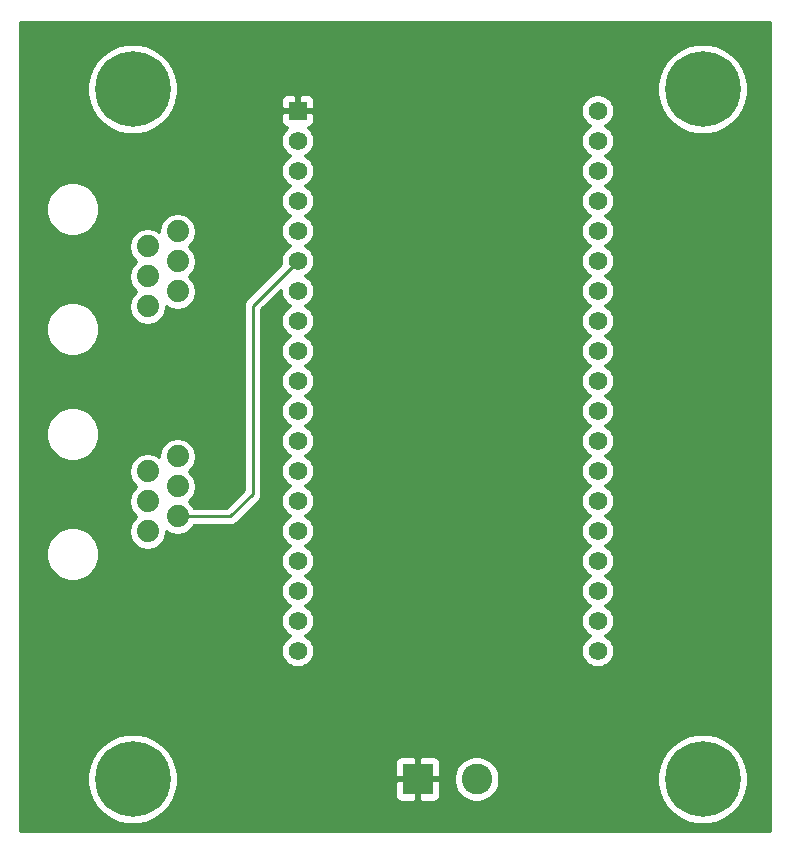
<source format=gbr>
%TF.GenerationSoftware,KiCad,Pcbnew,5.1.7-a382d34a8~88~ubuntu20.04.1*%
%TF.CreationDate,2021-03-16T20:42:08-04:00*%
%TF.ProjectId,weather_station,77656174-6865-4725-9f73-746174696f6e,rev?*%
%TF.SameCoordinates,Original*%
%TF.FileFunction,Copper,L2,Bot*%
%TF.FilePolarity,Positive*%
%FSLAX46Y46*%
G04 Gerber Fmt 4.6, Leading zero omitted, Abs format (unit mm)*
G04 Created by KiCad (PCBNEW 5.1.7-a382d34a8~88~ubuntu20.04.1) date 2021-03-16 20:42:08*
%MOMM*%
%LPD*%
G01*
G04 APERTURE LIST*
%TA.AperFunction,ComponentPad*%
%ADD10C,6.400000*%
%TD*%
%TA.AperFunction,ComponentPad*%
%ADD11C,1.879600*%
%TD*%
%TA.AperFunction,ComponentPad*%
%ADD12R,2.600000X2.600000*%
%TD*%
%TA.AperFunction,ComponentPad*%
%ADD13C,2.600000*%
%TD*%
%TA.AperFunction,ComponentPad*%
%ADD14R,1.560000X1.560000*%
%TD*%
%TA.AperFunction,ComponentPad*%
%ADD15C,1.560000*%
%TD*%
%TA.AperFunction,ViaPad*%
%ADD16C,0.800000*%
%TD*%
%TA.AperFunction,Conductor*%
%ADD17C,0.250000*%
%TD*%
%TA.AperFunction,Conductor*%
%ADD18C,0.254000*%
%TD*%
%TA.AperFunction,Conductor*%
%ADD19C,0.100000*%
%TD*%
G04 APERTURE END LIST*
D10*
%TO.P,H1,1*%
%TO.N,GND*%
X113030000Y-64770000D03*
%TD*%
%TO.P,H2,1*%
%TO.N,GND*%
X161290000Y-123190000D03*
%TD*%
%TO.P,H3,1*%
%TO.N,GND*%
X161290000Y-64770000D03*
%TD*%
%TO.P,H4,1*%
%TO.N,GND*%
X113030000Y-123190000D03*
%TD*%
D11*
%TO.P,J1,1*%
%TO.N,GND*%
X116840000Y-76835000D03*
%TO.P,J1,2*%
X114300000Y-78105000D03*
%TO.P,J1,3*%
%TO.N,/RAIN*%
X116840000Y-79375000D03*
%TO.P,J1,4*%
%TO.N,GND*%
X114300000Y-80645000D03*
%TO.P,J1,5*%
X116840000Y-81915000D03*
%TO.P,J1,6*%
X114300000Y-83185000D03*
%TD*%
%TO.P,J2,6*%
%TO.N,Net-(J2-Pad6)*%
X114300000Y-102235000D03*
%TO.P,J2,5*%
%TO.N,/WIND_DIR*%
X116840000Y-100965000D03*
%TO.P,J2,4*%
%TO.N,/WIND_SPD*%
X114300000Y-99695000D03*
%TO.P,J2,3*%
%TO.N,GND*%
X116840000Y-98425000D03*
%TO.P,J2,2*%
X114300000Y-97155000D03*
%TO.P,J2,1*%
X116840000Y-95885000D03*
%TD*%
D12*
%TO.P,J3,1*%
%TO.N,VDD*%
X137160000Y-123190000D03*
D13*
%TO.P,J3,2*%
%TO.N,GND*%
X142160000Y-123190000D03*
%TD*%
D14*
%TO.P,U2,1*%
%TO.N,VDD*%
X127000000Y-66600000D03*
D15*
%TO.P,U2,2*%
%TO.N,Net-(U2-Pad2)*%
X127000000Y-69140000D03*
%TO.P,U2,19*%
%TO.N,Net-(U2-Pad19)*%
X127000000Y-112320000D03*
%TO.P,U2,3*%
%TO.N,Net-(U2-Pad3)*%
X127000000Y-71680000D03*
%TO.P,U2,4*%
%TO.N,Net-(U2-Pad4)*%
X127000000Y-74220000D03*
%TO.P,U2,5*%
%TO.N,/RAIN*%
X127000000Y-76760000D03*
%TO.P,U2,6*%
%TO.N,/WIND_DIR*%
X127000000Y-79300000D03*
%TO.P,U2,7*%
%TO.N,/WIND_SPD*%
X127000000Y-81840000D03*
%TO.P,U2,8*%
%TO.N,Net-(U2-Pad8)*%
X127000000Y-84380000D03*
%TO.P,U2,9*%
%TO.N,Net-(U2-Pad9)*%
X127000000Y-86920000D03*
%TO.P,U2,10*%
%TO.N,Net-(U2-Pad10)*%
X127000000Y-89460000D03*
%TO.P,U2,11*%
%TO.N,Net-(U2-Pad11)*%
X127000000Y-92000000D03*
%TO.P,U2,12*%
%TO.N,Net-(U2-Pad12)*%
X127000000Y-94540000D03*
%TO.P,U2,13*%
%TO.N,Net-(U2-Pad13)*%
X127000000Y-97080000D03*
%TO.P,U2,14*%
%TO.N,Net-(U2-Pad14)*%
X127000000Y-99620000D03*
%TO.P,U2,15*%
%TO.N,Net-(U2-Pad15)*%
X127000000Y-102160000D03*
%TO.P,U2,16*%
%TO.N,Net-(U2-Pad16)*%
X127000000Y-104700000D03*
%TO.P,U2,17*%
%TO.N,Net-(U2-Pad17)*%
X127000000Y-107240000D03*
%TO.P,U2,18*%
%TO.N,Net-(U2-Pad18)*%
X127000000Y-109780000D03*
%TO.P,U2,20*%
%TO.N,GND*%
X152400000Y-66600000D03*
%TO.P,U2,21*%
%TO.N,Net-(U2-Pad21)*%
X152400000Y-69140000D03*
%TO.P,U2,22*%
%TO.N,/SCL*%
X152400000Y-71680000D03*
%TO.P,U2,23*%
%TO.N,Net-(U2-Pad23)*%
X152400000Y-74220000D03*
%TO.P,U2,24*%
%TO.N,Net-(U2-Pad24)*%
X152400000Y-76760000D03*
%TO.P,U2,25*%
%TO.N,/SDA*%
X152400000Y-79300000D03*
%TO.P,U2,26*%
%TO.N,Net-(U2-Pad26)*%
X152400000Y-81840000D03*
%TO.P,U2,27*%
%TO.N,Net-(U2-Pad27)*%
X152400000Y-84380000D03*
%TO.P,U2,28*%
%TO.N,Net-(U2-Pad28)*%
X152400000Y-86920000D03*
%TO.P,U2,29*%
%TO.N,Net-(U2-Pad29)*%
X152400000Y-89460000D03*
%TO.P,U2,30*%
%TO.N,Net-(U2-Pad30)*%
X152400000Y-92000000D03*
%TO.P,U2,31*%
%TO.N,Net-(U2-Pad31)*%
X152400000Y-94540000D03*
%TO.P,U2,32*%
%TO.N,Net-(U2-Pad32)*%
X152400000Y-97080000D03*
%TO.P,U2,33*%
%TO.N,Net-(U2-Pad33)*%
X152400000Y-99620000D03*
%TO.P,U2,34*%
%TO.N,Net-(U2-Pad34)*%
X152400000Y-102160000D03*
%TO.P,U2,35*%
%TO.N,Net-(U2-Pad35)*%
X152400000Y-104700000D03*
%TO.P,U2,36*%
%TO.N,Net-(U2-Pad36)*%
X152400000Y-107240000D03*
%TO.P,U2,37*%
%TO.N,Net-(U2-Pad37)*%
X152400000Y-109780000D03*
%TO.P,U2,38*%
%TO.N,Net-(U2-Pad38)*%
X152400000Y-112320000D03*
%TD*%
D16*
%TO.N,VDD*%
X164854999Y-78494999D03*
X157480000Y-83820000D03*
X156210000Y-67310000D03*
%TD*%
D17*
%TO.N,/WIND_DIR*%
X116840000Y-100965000D02*
X121285000Y-100965000D01*
X121285000Y-100965000D02*
X123190000Y-99060000D01*
X123190000Y-83110000D02*
X127000000Y-79300000D01*
X123190000Y-99060000D02*
X123190000Y-83110000D01*
%TD*%
D18*
%TO.N,VDD*%
X166980001Y-127610000D02*
X103530000Y-127610000D01*
X103530000Y-122812285D01*
X109195000Y-122812285D01*
X109195000Y-123567715D01*
X109342377Y-124308628D01*
X109631467Y-125006554D01*
X110051161Y-125634670D01*
X110585330Y-126168839D01*
X111213446Y-126588533D01*
X111911372Y-126877623D01*
X112652285Y-127025000D01*
X113407715Y-127025000D01*
X114148628Y-126877623D01*
X114846554Y-126588533D01*
X115474670Y-126168839D01*
X116008839Y-125634670D01*
X116428533Y-125006554D01*
X116642496Y-124490000D01*
X135221928Y-124490000D01*
X135234188Y-124614482D01*
X135270498Y-124734180D01*
X135329463Y-124844494D01*
X135408815Y-124941185D01*
X135505506Y-125020537D01*
X135615820Y-125079502D01*
X135735518Y-125115812D01*
X135860000Y-125128072D01*
X136874250Y-125125000D01*
X137033000Y-124966250D01*
X137033000Y-123317000D01*
X137287000Y-123317000D01*
X137287000Y-124966250D01*
X137445750Y-125125000D01*
X138460000Y-125128072D01*
X138584482Y-125115812D01*
X138704180Y-125079502D01*
X138814494Y-125020537D01*
X138911185Y-124941185D01*
X138990537Y-124844494D01*
X139049502Y-124734180D01*
X139085812Y-124614482D01*
X139098072Y-124490000D01*
X139095000Y-123475750D01*
X138936250Y-123317000D01*
X137287000Y-123317000D01*
X137033000Y-123317000D01*
X135383750Y-123317000D01*
X135225000Y-123475750D01*
X135221928Y-124490000D01*
X116642496Y-124490000D01*
X116717623Y-124308628D01*
X116865000Y-123567715D01*
X116865000Y-122812285D01*
X116717623Y-122071372D01*
X116642497Y-121890000D01*
X135221928Y-121890000D01*
X135225000Y-122904250D01*
X135383750Y-123063000D01*
X137033000Y-123063000D01*
X137033000Y-121413750D01*
X137287000Y-121413750D01*
X137287000Y-123063000D01*
X138936250Y-123063000D01*
X138999831Y-122999419D01*
X140225000Y-122999419D01*
X140225000Y-123380581D01*
X140299361Y-123754419D01*
X140445225Y-124106566D01*
X140656987Y-124423491D01*
X140926509Y-124693013D01*
X141243434Y-124904775D01*
X141595581Y-125050639D01*
X141969419Y-125125000D01*
X142350581Y-125125000D01*
X142724419Y-125050639D01*
X143076566Y-124904775D01*
X143393491Y-124693013D01*
X143663013Y-124423491D01*
X143874775Y-124106566D01*
X144020639Y-123754419D01*
X144095000Y-123380581D01*
X144095000Y-122999419D01*
X144057777Y-122812285D01*
X157455000Y-122812285D01*
X157455000Y-123567715D01*
X157602377Y-124308628D01*
X157891467Y-125006554D01*
X158311161Y-125634670D01*
X158845330Y-126168839D01*
X159473446Y-126588533D01*
X160171372Y-126877623D01*
X160912285Y-127025000D01*
X161667715Y-127025000D01*
X162408628Y-126877623D01*
X163106554Y-126588533D01*
X163734670Y-126168839D01*
X164268839Y-125634670D01*
X164688533Y-125006554D01*
X164977623Y-124308628D01*
X165125000Y-123567715D01*
X165125000Y-122812285D01*
X164977623Y-122071372D01*
X164688533Y-121373446D01*
X164268839Y-120745330D01*
X163734670Y-120211161D01*
X163106554Y-119791467D01*
X162408628Y-119502377D01*
X161667715Y-119355000D01*
X160912285Y-119355000D01*
X160171372Y-119502377D01*
X159473446Y-119791467D01*
X158845330Y-120211161D01*
X158311161Y-120745330D01*
X157891467Y-121373446D01*
X157602377Y-122071372D01*
X157455000Y-122812285D01*
X144057777Y-122812285D01*
X144020639Y-122625581D01*
X143874775Y-122273434D01*
X143663013Y-121956509D01*
X143393491Y-121686987D01*
X143076566Y-121475225D01*
X142724419Y-121329361D01*
X142350581Y-121255000D01*
X141969419Y-121255000D01*
X141595581Y-121329361D01*
X141243434Y-121475225D01*
X140926509Y-121686987D01*
X140656987Y-121956509D01*
X140445225Y-122273434D01*
X140299361Y-122625581D01*
X140225000Y-122999419D01*
X138999831Y-122999419D01*
X139095000Y-122904250D01*
X139098072Y-121890000D01*
X139085812Y-121765518D01*
X139049502Y-121645820D01*
X138990537Y-121535506D01*
X138911185Y-121438815D01*
X138814494Y-121359463D01*
X138704180Y-121300498D01*
X138584482Y-121264188D01*
X138460000Y-121251928D01*
X137445750Y-121255000D01*
X137287000Y-121413750D01*
X137033000Y-121413750D01*
X136874250Y-121255000D01*
X135860000Y-121251928D01*
X135735518Y-121264188D01*
X135615820Y-121300498D01*
X135505506Y-121359463D01*
X135408815Y-121438815D01*
X135329463Y-121535506D01*
X135270498Y-121645820D01*
X135234188Y-121765518D01*
X135221928Y-121890000D01*
X116642497Y-121890000D01*
X116428533Y-121373446D01*
X116008839Y-120745330D01*
X115474670Y-120211161D01*
X114846554Y-119791467D01*
X114148628Y-119502377D01*
X113407715Y-119355000D01*
X112652285Y-119355000D01*
X111911372Y-119502377D01*
X111213446Y-119791467D01*
X110585330Y-120211161D01*
X110051161Y-120745330D01*
X109631467Y-121373446D01*
X109342377Y-122071372D01*
X109195000Y-122812285D01*
X103530000Y-122812285D01*
X103530000Y-103917350D01*
X105689400Y-103917350D01*
X105689400Y-104362650D01*
X105776274Y-104799393D01*
X105946682Y-105210796D01*
X106194077Y-105581048D01*
X106508952Y-105895923D01*
X106879204Y-106143318D01*
X107290607Y-106313726D01*
X107727350Y-106400600D01*
X108172650Y-106400600D01*
X108609393Y-106313726D01*
X109020796Y-106143318D01*
X109391048Y-105895923D01*
X109705923Y-105581048D01*
X109953318Y-105210796D01*
X110123726Y-104799393D01*
X110210600Y-104362650D01*
X110210600Y-103917350D01*
X110123726Y-103480607D01*
X109953318Y-103069204D01*
X109705923Y-102698952D01*
X109391048Y-102384077D01*
X109020796Y-102136682D01*
X108609393Y-101966274D01*
X108172650Y-101879400D01*
X107727350Y-101879400D01*
X107290607Y-101966274D01*
X106879204Y-102136682D01*
X106508952Y-102384077D01*
X106194077Y-102698952D01*
X105946682Y-103069204D01*
X105776274Y-103480607D01*
X105689400Y-103917350D01*
X103530000Y-103917350D01*
X103530000Y-96999896D01*
X112725200Y-96999896D01*
X112725200Y-97310104D01*
X112785718Y-97614352D01*
X112904430Y-97900948D01*
X113076773Y-98158877D01*
X113296123Y-98378227D01*
X113366124Y-98425000D01*
X113296123Y-98471773D01*
X113076773Y-98691123D01*
X112904430Y-98949052D01*
X112785718Y-99235648D01*
X112725200Y-99539896D01*
X112725200Y-99850104D01*
X112785718Y-100154352D01*
X112904430Y-100440948D01*
X113076773Y-100698877D01*
X113296123Y-100918227D01*
X113366124Y-100965000D01*
X113296123Y-101011773D01*
X113076773Y-101231123D01*
X112904430Y-101489052D01*
X112785718Y-101775648D01*
X112725200Y-102079896D01*
X112725200Y-102390104D01*
X112785718Y-102694352D01*
X112904430Y-102980948D01*
X113076773Y-103238877D01*
X113296123Y-103458227D01*
X113554052Y-103630570D01*
X113840648Y-103749282D01*
X114144896Y-103809800D01*
X114455104Y-103809800D01*
X114759352Y-103749282D01*
X115045948Y-103630570D01*
X115303877Y-103458227D01*
X115523227Y-103238877D01*
X115695570Y-102980948D01*
X115814282Y-102694352D01*
X115874800Y-102390104D01*
X115874800Y-102214070D01*
X116094052Y-102360570D01*
X116380648Y-102479282D01*
X116684896Y-102539800D01*
X116995104Y-102539800D01*
X117299352Y-102479282D01*
X117585948Y-102360570D01*
X117843877Y-102188227D01*
X118063227Y-101968877D01*
X118226181Y-101725000D01*
X121247678Y-101725000D01*
X121285000Y-101728676D01*
X121322322Y-101725000D01*
X121322333Y-101725000D01*
X121433986Y-101714003D01*
X121577247Y-101670546D01*
X121709276Y-101599974D01*
X121825001Y-101505001D01*
X121848804Y-101475997D01*
X123701004Y-99623798D01*
X123730001Y-99600001D01*
X123824974Y-99484276D01*
X123895546Y-99352247D01*
X123939003Y-99208986D01*
X123950000Y-99097333D01*
X123950000Y-99097323D01*
X123953676Y-99060000D01*
X123950000Y-99022677D01*
X123950000Y-83424801D01*
X125585000Y-81789801D01*
X125585000Y-81979365D01*
X125639377Y-82252740D01*
X125746043Y-82510254D01*
X125900897Y-82742010D01*
X126097990Y-82939103D01*
X126329746Y-83093957D01*
X126368477Y-83110000D01*
X126329746Y-83126043D01*
X126097990Y-83280897D01*
X125900897Y-83477990D01*
X125746043Y-83709746D01*
X125639377Y-83967260D01*
X125585000Y-84240635D01*
X125585000Y-84519365D01*
X125639377Y-84792740D01*
X125746043Y-85050254D01*
X125900897Y-85282010D01*
X126097990Y-85479103D01*
X126329746Y-85633957D01*
X126368477Y-85650000D01*
X126329746Y-85666043D01*
X126097990Y-85820897D01*
X125900897Y-86017990D01*
X125746043Y-86249746D01*
X125639377Y-86507260D01*
X125585000Y-86780635D01*
X125585000Y-87059365D01*
X125639377Y-87332740D01*
X125746043Y-87590254D01*
X125900897Y-87822010D01*
X126097990Y-88019103D01*
X126329746Y-88173957D01*
X126368477Y-88190000D01*
X126329746Y-88206043D01*
X126097990Y-88360897D01*
X125900897Y-88557990D01*
X125746043Y-88789746D01*
X125639377Y-89047260D01*
X125585000Y-89320635D01*
X125585000Y-89599365D01*
X125639377Y-89872740D01*
X125746043Y-90130254D01*
X125900897Y-90362010D01*
X126097990Y-90559103D01*
X126329746Y-90713957D01*
X126368477Y-90730000D01*
X126329746Y-90746043D01*
X126097990Y-90900897D01*
X125900897Y-91097990D01*
X125746043Y-91329746D01*
X125639377Y-91587260D01*
X125585000Y-91860635D01*
X125585000Y-92139365D01*
X125639377Y-92412740D01*
X125746043Y-92670254D01*
X125900897Y-92902010D01*
X126097990Y-93099103D01*
X126329746Y-93253957D01*
X126368477Y-93270000D01*
X126329746Y-93286043D01*
X126097990Y-93440897D01*
X125900897Y-93637990D01*
X125746043Y-93869746D01*
X125639377Y-94127260D01*
X125585000Y-94400635D01*
X125585000Y-94679365D01*
X125639377Y-94952740D01*
X125746043Y-95210254D01*
X125900897Y-95442010D01*
X126097990Y-95639103D01*
X126329746Y-95793957D01*
X126368477Y-95810000D01*
X126329746Y-95826043D01*
X126097990Y-95980897D01*
X125900897Y-96177990D01*
X125746043Y-96409746D01*
X125639377Y-96667260D01*
X125585000Y-96940635D01*
X125585000Y-97219365D01*
X125639377Y-97492740D01*
X125746043Y-97750254D01*
X125900897Y-97982010D01*
X126097990Y-98179103D01*
X126329746Y-98333957D01*
X126368477Y-98350000D01*
X126329746Y-98366043D01*
X126097990Y-98520897D01*
X125900897Y-98717990D01*
X125746043Y-98949746D01*
X125639377Y-99207260D01*
X125585000Y-99480635D01*
X125585000Y-99759365D01*
X125639377Y-100032740D01*
X125746043Y-100290254D01*
X125900897Y-100522010D01*
X126097990Y-100719103D01*
X126329746Y-100873957D01*
X126368477Y-100890000D01*
X126329746Y-100906043D01*
X126097990Y-101060897D01*
X125900897Y-101257990D01*
X125746043Y-101489746D01*
X125639377Y-101747260D01*
X125585000Y-102020635D01*
X125585000Y-102299365D01*
X125639377Y-102572740D01*
X125746043Y-102830254D01*
X125900897Y-103062010D01*
X126097990Y-103259103D01*
X126329746Y-103413957D01*
X126368477Y-103430000D01*
X126329746Y-103446043D01*
X126097990Y-103600897D01*
X125900897Y-103797990D01*
X125746043Y-104029746D01*
X125639377Y-104287260D01*
X125585000Y-104560635D01*
X125585000Y-104839365D01*
X125639377Y-105112740D01*
X125746043Y-105370254D01*
X125900897Y-105602010D01*
X126097990Y-105799103D01*
X126329746Y-105953957D01*
X126368477Y-105970000D01*
X126329746Y-105986043D01*
X126097990Y-106140897D01*
X125900897Y-106337990D01*
X125746043Y-106569746D01*
X125639377Y-106827260D01*
X125585000Y-107100635D01*
X125585000Y-107379365D01*
X125639377Y-107652740D01*
X125746043Y-107910254D01*
X125900897Y-108142010D01*
X126097990Y-108339103D01*
X126329746Y-108493957D01*
X126368477Y-108510000D01*
X126329746Y-108526043D01*
X126097990Y-108680897D01*
X125900897Y-108877990D01*
X125746043Y-109109746D01*
X125639377Y-109367260D01*
X125585000Y-109640635D01*
X125585000Y-109919365D01*
X125639377Y-110192740D01*
X125746043Y-110450254D01*
X125900897Y-110682010D01*
X126097990Y-110879103D01*
X126329746Y-111033957D01*
X126368477Y-111050000D01*
X126329746Y-111066043D01*
X126097990Y-111220897D01*
X125900897Y-111417990D01*
X125746043Y-111649746D01*
X125639377Y-111907260D01*
X125585000Y-112180635D01*
X125585000Y-112459365D01*
X125639377Y-112732740D01*
X125746043Y-112990254D01*
X125900897Y-113222010D01*
X126097990Y-113419103D01*
X126329746Y-113573957D01*
X126587260Y-113680623D01*
X126860635Y-113735000D01*
X127139365Y-113735000D01*
X127412740Y-113680623D01*
X127670254Y-113573957D01*
X127902010Y-113419103D01*
X128099103Y-113222010D01*
X128253957Y-112990254D01*
X128360623Y-112732740D01*
X128415000Y-112459365D01*
X128415000Y-112180635D01*
X128360623Y-111907260D01*
X128253957Y-111649746D01*
X128099103Y-111417990D01*
X127902010Y-111220897D01*
X127670254Y-111066043D01*
X127631523Y-111050000D01*
X127670254Y-111033957D01*
X127902010Y-110879103D01*
X128099103Y-110682010D01*
X128253957Y-110450254D01*
X128360623Y-110192740D01*
X128415000Y-109919365D01*
X128415000Y-109640635D01*
X128360623Y-109367260D01*
X128253957Y-109109746D01*
X128099103Y-108877990D01*
X127902010Y-108680897D01*
X127670254Y-108526043D01*
X127631523Y-108510000D01*
X127670254Y-108493957D01*
X127902010Y-108339103D01*
X128099103Y-108142010D01*
X128253957Y-107910254D01*
X128360623Y-107652740D01*
X128415000Y-107379365D01*
X128415000Y-107100635D01*
X128360623Y-106827260D01*
X128253957Y-106569746D01*
X128099103Y-106337990D01*
X127902010Y-106140897D01*
X127670254Y-105986043D01*
X127631523Y-105970000D01*
X127670254Y-105953957D01*
X127902010Y-105799103D01*
X128099103Y-105602010D01*
X128253957Y-105370254D01*
X128360623Y-105112740D01*
X128415000Y-104839365D01*
X128415000Y-104560635D01*
X128360623Y-104287260D01*
X128253957Y-104029746D01*
X128099103Y-103797990D01*
X127902010Y-103600897D01*
X127670254Y-103446043D01*
X127631523Y-103430000D01*
X127670254Y-103413957D01*
X127902010Y-103259103D01*
X128099103Y-103062010D01*
X128253957Y-102830254D01*
X128360623Y-102572740D01*
X128415000Y-102299365D01*
X128415000Y-102020635D01*
X128360623Y-101747260D01*
X128253957Y-101489746D01*
X128099103Y-101257990D01*
X127902010Y-101060897D01*
X127670254Y-100906043D01*
X127631523Y-100890000D01*
X127670254Y-100873957D01*
X127902010Y-100719103D01*
X128099103Y-100522010D01*
X128253957Y-100290254D01*
X128360623Y-100032740D01*
X128415000Y-99759365D01*
X128415000Y-99480635D01*
X128360623Y-99207260D01*
X128253957Y-98949746D01*
X128099103Y-98717990D01*
X127902010Y-98520897D01*
X127670254Y-98366043D01*
X127631523Y-98350000D01*
X127670254Y-98333957D01*
X127902010Y-98179103D01*
X128099103Y-97982010D01*
X128253957Y-97750254D01*
X128360623Y-97492740D01*
X128415000Y-97219365D01*
X128415000Y-96940635D01*
X128360623Y-96667260D01*
X128253957Y-96409746D01*
X128099103Y-96177990D01*
X127902010Y-95980897D01*
X127670254Y-95826043D01*
X127631523Y-95810000D01*
X127670254Y-95793957D01*
X127902010Y-95639103D01*
X128099103Y-95442010D01*
X128253957Y-95210254D01*
X128360623Y-94952740D01*
X128415000Y-94679365D01*
X128415000Y-94400635D01*
X128360623Y-94127260D01*
X128253957Y-93869746D01*
X128099103Y-93637990D01*
X127902010Y-93440897D01*
X127670254Y-93286043D01*
X127631523Y-93270000D01*
X127670254Y-93253957D01*
X127902010Y-93099103D01*
X128099103Y-92902010D01*
X128253957Y-92670254D01*
X128360623Y-92412740D01*
X128415000Y-92139365D01*
X128415000Y-91860635D01*
X128360623Y-91587260D01*
X128253957Y-91329746D01*
X128099103Y-91097990D01*
X127902010Y-90900897D01*
X127670254Y-90746043D01*
X127631523Y-90730000D01*
X127670254Y-90713957D01*
X127902010Y-90559103D01*
X128099103Y-90362010D01*
X128253957Y-90130254D01*
X128360623Y-89872740D01*
X128415000Y-89599365D01*
X128415000Y-89320635D01*
X128360623Y-89047260D01*
X128253957Y-88789746D01*
X128099103Y-88557990D01*
X127902010Y-88360897D01*
X127670254Y-88206043D01*
X127631523Y-88190000D01*
X127670254Y-88173957D01*
X127902010Y-88019103D01*
X128099103Y-87822010D01*
X128253957Y-87590254D01*
X128360623Y-87332740D01*
X128415000Y-87059365D01*
X128415000Y-86780635D01*
X128360623Y-86507260D01*
X128253957Y-86249746D01*
X128099103Y-86017990D01*
X127902010Y-85820897D01*
X127670254Y-85666043D01*
X127631523Y-85650000D01*
X127670254Y-85633957D01*
X127902010Y-85479103D01*
X128099103Y-85282010D01*
X128253957Y-85050254D01*
X128360623Y-84792740D01*
X128415000Y-84519365D01*
X128415000Y-84240635D01*
X128360623Y-83967260D01*
X128253957Y-83709746D01*
X128099103Y-83477990D01*
X127902010Y-83280897D01*
X127670254Y-83126043D01*
X127631523Y-83110000D01*
X127670254Y-83093957D01*
X127902010Y-82939103D01*
X128099103Y-82742010D01*
X128253957Y-82510254D01*
X128360623Y-82252740D01*
X128415000Y-81979365D01*
X128415000Y-81700635D01*
X128360623Y-81427260D01*
X128253957Y-81169746D01*
X128099103Y-80937990D01*
X127902010Y-80740897D01*
X127670254Y-80586043D01*
X127631523Y-80570000D01*
X127670254Y-80553957D01*
X127902010Y-80399103D01*
X128099103Y-80202010D01*
X128253957Y-79970254D01*
X128360623Y-79712740D01*
X128415000Y-79439365D01*
X128415000Y-79160635D01*
X128360623Y-78887260D01*
X128253957Y-78629746D01*
X128099103Y-78397990D01*
X127902010Y-78200897D01*
X127670254Y-78046043D01*
X127631523Y-78030000D01*
X127670254Y-78013957D01*
X127902010Y-77859103D01*
X128099103Y-77662010D01*
X128253957Y-77430254D01*
X128360623Y-77172740D01*
X128415000Y-76899365D01*
X128415000Y-76620635D01*
X128360623Y-76347260D01*
X128253957Y-76089746D01*
X128099103Y-75857990D01*
X127902010Y-75660897D01*
X127670254Y-75506043D01*
X127631523Y-75490000D01*
X127670254Y-75473957D01*
X127902010Y-75319103D01*
X128099103Y-75122010D01*
X128253957Y-74890254D01*
X128360623Y-74632740D01*
X128415000Y-74359365D01*
X128415000Y-74080635D01*
X128360623Y-73807260D01*
X128253957Y-73549746D01*
X128099103Y-73317990D01*
X127902010Y-73120897D01*
X127670254Y-72966043D01*
X127631523Y-72950000D01*
X127670254Y-72933957D01*
X127902010Y-72779103D01*
X128099103Y-72582010D01*
X128253957Y-72350254D01*
X128360623Y-72092740D01*
X128415000Y-71819365D01*
X128415000Y-71540635D01*
X128360623Y-71267260D01*
X128253957Y-71009746D01*
X128099103Y-70777990D01*
X127902010Y-70580897D01*
X127670254Y-70426043D01*
X127631523Y-70410000D01*
X127670254Y-70393957D01*
X127902010Y-70239103D01*
X128099103Y-70042010D01*
X128253957Y-69810254D01*
X128360623Y-69552740D01*
X128415000Y-69279365D01*
X128415000Y-69000635D01*
X128360623Y-68727260D01*
X128253957Y-68469746D01*
X128099103Y-68237990D01*
X127902010Y-68040897D01*
X127856564Y-68010531D01*
X127904482Y-68005812D01*
X128024180Y-67969502D01*
X128134494Y-67910537D01*
X128231185Y-67831185D01*
X128310537Y-67734494D01*
X128369502Y-67624180D01*
X128405812Y-67504482D01*
X128418072Y-67380000D01*
X128415000Y-66885750D01*
X128256250Y-66727000D01*
X127127000Y-66727000D01*
X127127000Y-66747000D01*
X126873000Y-66747000D01*
X126873000Y-66727000D01*
X125743750Y-66727000D01*
X125585000Y-66885750D01*
X125581928Y-67380000D01*
X125594188Y-67504482D01*
X125630498Y-67624180D01*
X125689463Y-67734494D01*
X125768815Y-67831185D01*
X125865506Y-67910537D01*
X125975820Y-67969502D01*
X126095518Y-68005812D01*
X126143436Y-68010531D01*
X126097990Y-68040897D01*
X125900897Y-68237990D01*
X125746043Y-68469746D01*
X125639377Y-68727260D01*
X125585000Y-69000635D01*
X125585000Y-69279365D01*
X125639377Y-69552740D01*
X125746043Y-69810254D01*
X125900897Y-70042010D01*
X126097990Y-70239103D01*
X126329746Y-70393957D01*
X126368477Y-70410000D01*
X126329746Y-70426043D01*
X126097990Y-70580897D01*
X125900897Y-70777990D01*
X125746043Y-71009746D01*
X125639377Y-71267260D01*
X125585000Y-71540635D01*
X125585000Y-71819365D01*
X125639377Y-72092740D01*
X125746043Y-72350254D01*
X125900897Y-72582010D01*
X126097990Y-72779103D01*
X126329746Y-72933957D01*
X126368477Y-72950000D01*
X126329746Y-72966043D01*
X126097990Y-73120897D01*
X125900897Y-73317990D01*
X125746043Y-73549746D01*
X125639377Y-73807260D01*
X125585000Y-74080635D01*
X125585000Y-74359365D01*
X125639377Y-74632740D01*
X125746043Y-74890254D01*
X125900897Y-75122010D01*
X126097990Y-75319103D01*
X126329746Y-75473957D01*
X126368477Y-75490000D01*
X126329746Y-75506043D01*
X126097990Y-75660897D01*
X125900897Y-75857990D01*
X125746043Y-76089746D01*
X125639377Y-76347260D01*
X125585000Y-76620635D01*
X125585000Y-76899365D01*
X125639377Y-77172740D01*
X125746043Y-77430254D01*
X125900897Y-77662010D01*
X126097990Y-77859103D01*
X126329746Y-78013957D01*
X126368477Y-78030000D01*
X126329746Y-78046043D01*
X126097990Y-78200897D01*
X125900897Y-78397990D01*
X125746043Y-78629746D01*
X125639377Y-78887260D01*
X125585000Y-79160635D01*
X125585000Y-79439365D01*
X125618320Y-79606878D01*
X122678998Y-82546201D01*
X122650000Y-82569999D01*
X122626202Y-82598997D01*
X122626201Y-82598998D01*
X122555026Y-82685724D01*
X122484454Y-82817754D01*
X122454569Y-82916274D01*
X122440998Y-82961014D01*
X122435250Y-83019377D01*
X122426324Y-83110000D01*
X122430001Y-83147333D01*
X122430000Y-98745198D01*
X120970199Y-100205000D01*
X118226181Y-100205000D01*
X118063227Y-99961123D01*
X117843877Y-99741773D01*
X117773876Y-99695000D01*
X117843877Y-99648227D01*
X118063227Y-99428877D01*
X118235570Y-99170948D01*
X118354282Y-98884352D01*
X118414800Y-98580104D01*
X118414800Y-98269896D01*
X118354282Y-97965648D01*
X118235570Y-97679052D01*
X118063227Y-97421123D01*
X117843877Y-97201773D01*
X117773876Y-97155000D01*
X117843877Y-97108227D01*
X118063227Y-96888877D01*
X118235570Y-96630948D01*
X118354282Y-96344352D01*
X118414800Y-96040104D01*
X118414800Y-95729896D01*
X118354282Y-95425648D01*
X118235570Y-95139052D01*
X118063227Y-94881123D01*
X117843877Y-94661773D01*
X117585948Y-94489430D01*
X117299352Y-94370718D01*
X116995104Y-94310200D01*
X116684896Y-94310200D01*
X116380648Y-94370718D01*
X116094052Y-94489430D01*
X115836123Y-94661773D01*
X115616773Y-94881123D01*
X115444430Y-95139052D01*
X115325718Y-95425648D01*
X115265200Y-95729896D01*
X115265200Y-95905930D01*
X115045948Y-95759430D01*
X114759352Y-95640718D01*
X114455104Y-95580200D01*
X114144896Y-95580200D01*
X113840648Y-95640718D01*
X113554052Y-95759430D01*
X113296123Y-95931773D01*
X113076773Y-96151123D01*
X112904430Y-96409052D01*
X112785718Y-96695648D01*
X112725200Y-96999896D01*
X103530000Y-96999896D01*
X103530000Y-93757350D01*
X105689400Y-93757350D01*
X105689400Y-94202650D01*
X105776274Y-94639393D01*
X105946682Y-95050796D01*
X106194077Y-95421048D01*
X106508952Y-95735923D01*
X106879204Y-95983318D01*
X107290607Y-96153726D01*
X107727350Y-96240600D01*
X108172650Y-96240600D01*
X108609393Y-96153726D01*
X109020796Y-95983318D01*
X109391048Y-95735923D01*
X109705923Y-95421048D01*
X109953318Y-95050796D01*
X110123726Y-94639393D01*
X110210600Y-94202650D01*
X110210600Y-93757350D01*
X110123726Y-93320607D01*
X109953318Y-92909204D01*
X109705923Y-92538952D01*
X109391048Y-92224077D01*
X109020796Y-91976682D01*
X108609393Y-91806274D01*
X108172650Y-91719400D01*
X107727350Y-91719400D01*
X107290607Y-91806274D01*
X106879204Y-91976682D01*
X106508952Y-92224077D01*
X106194077Y-92538952D01*
X105946682Y-92909204D01*
X105776274Y-93320607D01*
X105689400Y-93757350D01*
X103530000Y-93757350D01*
X103530000Y-84867350D01*
X105689400Y-84867350D01*
X105689400Y-85312650D01*
X105776274Y-85749393D01*
X105946682Y-86160796D01*
X106194077Y-86531048D01*
X106508952Y-86845923D01*
X106879204Y-87093318D01*
X107290607Y-87263726D01*
X107727350Y-87350600D01*
X108172650Y-87350600D01*
X108609393Y-87263726D01*
X109020796Y-87093318D01*
X109391048Y-86845923D01*
X109705923Y-86531048D01*
X109953318Y-86160796D01*
X110123726Y-85749393D01*
X110210600Y-85312650D01*
X110210600Y-84867350D01*
X110123726Y-84430607D01*
X109953318Y-84019204D01*
X109705923Y-83648952D01*
X109391048Y-83334077D01*
X109020796Y-83086682D01*
X108609393Y-82916274D01*
X108172650Y-82829400D01*
X107727350Y-82829400D01*
X107290607Y-82916274D01*
X106879204Y-83086682D01*
X106508952Y-83334077D01*
X106194077Y-83648952D01*
X105946682Y-84019204D01*
X105776274Y-84430607D01*
X105689400Y-84867350D01*
X103530000Y-84867350D01*
X103530000Y-77949896D01*
X112725200Y-77949896D01*
X112725200Y-78260104D01*
X112785718Y-78564352D01*
X112904430Y-78850948D01*
X113076773Y-79108877D01*
X113296123Y-79328227D01*
X113366124Y-79375000D01*
X113296123Y-79421773D01*
X113076773Y-79641123D01*
X112904430Y-79899052D01*
X112785718Y-80185648D01*
X112725200Y-80489896D01*
X112725200Y-80800104D01*
X112785718Y-81104352D01*
X112904430Y-81390948D01*
X113076773Y-81648877D01*
X113296123Y-81868227D01*
X113366124Y-81915000D01*
X113296123Y-81961773D01*
X113076773Y-82181123D01*
X112904430Y-82439052D01*
X112785718Y-82725648D01*
X112725200Y-83029896D01*
X112725200Y-83340104D01*
X112785718Y-83644352D01*
X112904430Y-83930948D01*
X113076773Y-84188877D01*
X113296123Y-84408227D01*
X113554052Y-84580570D01*
X113840648Y-84699282D01*
X114144896Y-84759800D01*
X114455104Y-84759800D01*
X114759352Y-84699282D01*
X115045948Y-84580570D01*
X115303877Y-84408227D01*
X115523227Y-84188877D01*
X115695570Y-83930948D01*
X115814282Y-83644352D01*
X115874800Y-83340104D01*
X115874800Y-83164070D01*
X116094052Y-83310570D01*
X116380648Y-83429282D01*
X116684896Y-83489800D01*
X116995104Y-83489800D01*
X117299352Y-83429282D01*
X117585948Y-83310570D01*
X117843877Y-83138227D01*
X118063227Y-82918877D01*
X118235570Y-82660948D01*
X118354282Y-82374352D01*
X118414800Y-82070104D01*
X118414800Y-81759896D01*
X118354282Y-81455648D01*
X118235570Y-81169052D01*
X118063227Y-80911123D01*
X117843877Y-80691773D01*
X117773876Y-80645000D01*
X117843877Y-80598227D01*
X118063227Y-80378877D01*
X118235570Y-80120948D01*
X118354282Y-79834352D01*
X118414800Y-79530104D01*
X118414800Y-79219896D01*
X118354282Y-78915648D01*
X118235570Y-78629052D01*
X118063227Y-78371123D01*
X117843877Y-78151773D01*
X117773876Y-78105000D01*
X117843877Y-78058227D01*
X118063227Y-77838877D01*
X118235570Y-77580948D01*
X118354282Y-77294352D01*
X118414800Y-76990104D01*
X118414800Y-76679896D01*
X118354282Y-76375648D01*
X118235570Y-76089052D01*
X118063227Y-75831123D01*
X117843877Y-75611773D01*
X117585948Y-75439430D01*
X117299352Y-75320718D01*
X116995104Y-75260200D01*
X116684896Y-75260200D01*
X116380648Y-75320718D01*
X116094052Y-75439430D01*
X115836123Y-75611773D01*
X115616773Y-75831123D01*
X115444430Y-76089052D01*
X115325718Y-76375648D01*
X115265200Y-76679896D01*
X115265200Y-76855930D01*
X115045948Y-76709430D01*
X114759352Y-76590718D01*
X114455104Y-76530200D01*
X114144896Y-76530200D01*
X113840648Y-76590718D01*
X113554052Y-76709430D01*
X113296123Y-76881773D01*
X113076773Y-77101123D01*
X112904430Y-77359052D01*
X112785718Y-77645648D01*
X112725200Y-77949896D01*
X103530000Y-77949896D01*
X103530000Y-74707350D01*
X105689400Y-74707350D01*
X105689400Y-75152650D01*
X105776274Y-75589393D01*
X105946682Y-76000796D01*
X106194077Y-76371048D01*
X106508952Y-76685923D01*
X106879204Y-76933318D01*
X107290607Y-77103726D01*
X107727350Y-77190600D01*
X108172650Y-77190600D01*
X108609393Y-77103726D01*
X109020796Y-76933318D01*
X109391048Y-76685923D01*
X109705923Y-76371048D01*
X109953318Y-76000796D01*
X110123726Y-75589393D01*
X110210600Y-75152650D01*
X110210600Y-74707350D01*
X110123726Y-74270607D01*
X109953318Y-73859204D01*
X109705923Y-73488952D01*
X109391048Y-73174077D01*
X109020796Y-72926682D01*
X108609393Y-72756274D01*
X108172650Y-72669400D01*
X107727350Y-72669400D01*
X107290607Y-72756274D01*
X106879204Y-72926682D01*
X106508952Y-73174077D01*
X106194077Y-73488952D01*
X105946682Y-73859204D01*
X105776274Y-74270607D01*
X105689400Y-74707350D01*
X103530000Y-74707350D01*
X103530000Y-64392285D01*
X109195000Y-64392285D01*
X109195000Y-65147715D01*
X109342377Y-65888628D01*
X109631467Y-66586554D01*
X110051161Y-67214670D01*
X110585330Y-67748839D01*
X111213446Y-68168533D01*
X111911372Y-68457623D01*
X112652285Y-68605000D01*
X113407715Y-68605000D01*
X114148628Y-68457623D01*
X114846554Y-68168533D01*
X115474670Y-67748839D01*
X116008839Y-67214670D01*
X116428533Y-66586554D01*
X116717623Y-65888628D01*
X116731273Y-65820000D01*
X125581928Y-65820000D01*
X125585000Y-66314250D01*
X125743750Y-66473000D01*
X126873000Y-66473000D01*
X126873000Y-65343750D01*
X127127000Y-65343750D01*
X127127000Y-66473000D01*
X128256250Y-66473000D01*
X128268615Y-66460635D01*
X150985000Y-66460635D01*
X150985000Y-66739365D01*
X151039377Y-67012740D01*
X151146043Y-67270254D01*
X151300897Y-67502010D01*
X151497990Y-67699103D01*
X151729746Y-67853957D01*
X151768477Y-67870000D01*
X151729746Y-67886043D01*
X151497990Y-68040897D01*
X151300897Y-68237990D01*
X151146043Y-68469746D01*
X151039377Y-68727260D01*
X150985000Y-69000635D01*
X150985000Y-69279365D01*
X151039377Y-69552740D01*
X151146043Y-69810254D01*
X151300897Y-70042010D01*
X151497990Y-70239103D01*
X151729746Y-70393957D01*
X151768477Y-70410000D01*
X151729746Y-70426043D01*
X151497990Y-70580897D01*
X151300897Y-70777990D01*
X151146043Y-71009746D01*
X151039377Y-71267260D01*
X150985000Y-71540635D01*
X150985000Y-71819365D01*
X151039377Y-72092740D01*
X151146043Y-72350254D01*
X151300897Y-72582010D01*
X151497990Y-72779103D01*
X151729746Y-72933957D01*
X151768477Y-72950000D01*
X151729746Y-72966043D01*
X151497990Y-73120897D01*
X151300897Y-73317990D01*
X151146043Y-73549746D01*
X151039377Y-73807260D01*
X150985000Y-74080635D01*
X150985000Y-74359365D01*
X151039377Y-74632740D01*
X151146043Y-74890254D01*
X151300897Y-75122010D01*
X151497990Y-75319103D01*
X151729746Y-75473957D01*
X151768477Y-75490000D01*
X151729746Y-75506043D01*
X151497990Y-75660897D01*
X151300897Y-75857990D01*
X151146043Y-76089746D01*
X151039377Y-76347260D01*
X150985000Y-76620635D01*
X150985000Y-76899365D01*
X151039377Y-77172740D01*
X151146043Y-77430254D01*
X151300897Y-77662010D01*
X151497990Y-77859103D01*
X151729746Y-78013957D01*
X151768477Y-78030000D01*
X151729746Y-78046043D01*
X151497990Y-78200897D01*
X151300897Y-78397990D01*
X151146043Y-78629746D01*
X151039377Y-78887260D01*
X150985000Y-79160635D01*
X150985000Y-79439365D01*
X151039377Y-79712740D01*
X151146043Y-79970254D01*
X151300897Y-80202010D01*
X151497990Y-80399103D01*
X151729746Y-80553957D01*
X151768477Y-80570000D01*
X151729746Y-80586043D01*
X151497990Y-80740897D01*
X151300897Y-80937990D01*
X151146043Y-81169746D01*
X151039377Y-81427260D01*
X150985000Y-81700635D01*
X150985000Y-81979365D01*
X151039377Y-82252740D01*
X151146043Y-82510254D01*
X151300897Y-82742010D01*
X151497990Y-82939103D01*
X151729746Y-83093957D01*
X151768477Y-83110000D01*
X151729746Y-83126043D01*
X151497990Y-83280897D01*
X151300897Y-83477990D01*
X151146043Y-83709746D01*
X151039377Y-83967260D01*
X150985000Y-84240635D01*
X150985000Y-84519365D01*
X151039377Y-84792740D01*
X151146043Y-85050254D01*
X151300897Y-85282010D01*
X151497990Y-85479103D01*
X151729746Y-85633957D01*
X151768477Y-85650000D01*
X151729746Y-85666043D01*
X151497990Y-85820897D01*
X151300897Y-86017990D01*
X151146043Y-86249746D01*
X151039377Y-86507260D01*
X150985000Y-86780635D01*
X150985000Y-87059365D01*
X151039377Y-87332740D01*
X151146043Y-87590254D01*
X151300897Y-87822010D01*
X151497990Y-88019103D01*
X151729746Y-88173957D01*
X151768477Y-88190000D01*
X151729746Y-88206043D01*
X151497990Y-88360897D01*
X151300897Y-88557990D01*
X151146043Y-88789746D01*
X151039377Y-89047260D01*
X150985000Y-89320635D01*
X150985000Y-89599365D01*
X151039377Y-89872740D01*
X151146043Y-90130254D01*
X151300897Y-90362010D01*
X151497990Y-90559103D01*
X151729746Y-90713957D01*
X151768477Y-90730000D01*
X151729746Y-90746043D01*
X151497990Y-90900897D01*
X151300897Y-91097990D01*
X151146043Y-91329746D01*
X151039377Y-91587260D01*
X150985000Y-91860635D01*
X150985000Y-92139365D01*
X151039377Y-92412740D01*
X151146043Y-92670254D01*
X151300897Y-92902010D01*
X151497990Y-93099103D01*
X151729746Y-93253957D01*
X151768477Y-93270000D01*
X151729746Y-93286043D01*
X151497990Y-93440897D01*
X151300897Y-93637990D01*
X151146043Y-93869746D01*
X151039377Y-94127260D01*
X150985000Y-94400635D01*
X150985000Y-94679365D01*
X151039377Y-94952740D01*
X151146043Y-95210254D01*
X151300897Y-95442010D01*
X151497990Y-95639103D01*
X151729746Y-95793957D01*
X151768477Y-95810000D01*
X151729746Y-95826043D01*
X151497990Y-95980897D01*
X151300897Y-96177990D01*
X151146043Y-96409746D01*
X151039377Y-96667260D01*
X150985000Y-96940635D01*
X150985000Y-97219365D01*
X151039377Y-97492740D01*
X151146043Y-97750254D01*
X151300897Y-97982010D01*
X151497990Y-98179103D01*
X151729746Y-98333957D01*
X151768477Y-98350000D01*
X151729746Y-98366043D01*
X151497990Y-98520897D01*
X151300897Y-98717990D01*
X151146043Y-98949746D01*
X151039377Y-99207260D01*
X150985000Y-99480635D01*
X150985000Y-99759365D01*
X151039377Y-100032740D01*
X151146043Y-100290254D01*
X151300897Y-100522010D01*
X151497990Y-100719103D01*
X151729746Y-100873957D01*
X151768477Y-100890000D01*
X151729746Y-100906043D01*
X151497990Y-101060897D01*
X151300897Y-101257990D01*
X151146043Y-101489746D01*
X151039377Y-101747260D01*
X150985000Y-102020635D01*
X150985000Y-102299365D01*
X151039377Y-102572740D01*
X151146043Y-102830254D01*
X151300897Y-103062010D01*
X151497990Y-103259103D01*
X151729746Y-103413957D01*
X151768477Y-103430000D01*
X151729746Y-103446043D01*
X151497990Y-103600897D01*
X151300897Y-103797990D01*
X151146043Y-104029746D01*
X151039377Y-104287260D01*
X150985000Y-104560635D01*
X150985000Y-104839365D01*
X151039377Y-105112740D01*
X151146043Y-105370254D01*
X151300897Y-105602010D01*
X151497990Y-105799103D01*
X151729746Y-105953957D01*
X151768477Y-105970000D01*
X151729746Y-105986043D01*
X151497990Y-106140897D01*
X151300897Y-106337990D01*
X151146043Y-106569746D01*
X151039377Y-106827260D01*
X150985000Y-107100635D01*
X150985000Y-107379365D01*
X151039377Y-107652740D01*
X151146043Y-107910254D01*
X151300897Y-108142010D01*
X151497990Y-108339103D01*
X151729746Y-108493957D01*
X151768477Y-108510000D01*
X151729746Y-108526043D01*
X151497990Y-108680897D01*
X151300897Y-108877990D01*
X151146043Y-109109746D01*
X151039377Y-109367260D01*
X150985000Y-109640635D01*
X150985000Y-109919365D01*
X151039377Y-110192740D01*
X151146043Y-110450254D01*
X151300897Y-110682010D01*
X151497990Y-110879103D01*
X151729746Y-111033957D01*
X151768477Y-111050000D01*
X151729746Y-111066043D01*
X151497990Y-111220897D01*
X151300897Y-111417990D01*
X151146043Y-111649746D01*
X151039377Y-111907260D01*
X150985000Y-112180635D01*
X150985000Y-112459365D01*
X151039377Y-112732740D01*
X151146043Y-112990254D01*
X151300897Y-113222010D01*
X151497990Y-113419103D01*
X151729746Y-113573957D01*
X151987260Y-113680623D01*
X152260635Y-113735000D01*
X152539365Y-113735000D01*
X152812740Y-113680623D01*
X153070254Y-113573957D01*
X153302010Y-113419103D01*
X153499103Y-113222010D01*
X153653957Y-112990254D01*
X153760623Y-112732740D01*
X153815000Y-112459365D01*
X153815000Y-112180635D01*
X153760623Y-111907260D01*
X153653957Y-111649746D01*
X153499103Y-111417990D01*
X153302010Y-111220897D01*
X153070254Y-111066043D01*
X153031523Y-111050000D01*
X153070254Y-111033957D01*
X153302010Y-110879103D01*
X153499103Y-110682010D01*
X153653957Y-110450254D01*
X153760623Y-110192740D01*
X153815000Y-109919365D01*
X153815000Y-109640635D01*
X153760623Y-109367260D01*
X153653957Y-109109746D01*
X153499103Y-108877990D01*
X153302010Y-108680897D01*
X153070254Y-108526043D01*
X153031523Y-108510000D01*
X153070254Y-108493957D01*
X153302010Y-108339103D01*
X153499103Y-108142010D01*
X153653957Y-107910254D01*
X153760623Y-107652740D01*
X153815000Y-107379365D01*
X153815000Y-107100635D01*
X153760623Y-106827260D01*
X153653957Y-106569746D01*
X153499103Y-106337990D01*
X153302010Y-106140897D01*
X153070254Y-105986043D01*
X153031523Y-105970000D01*
X153070254Y-105953957D01*
X153302010Y-105799103D01*
X153499103Y-105602010D01*
X153653957Y-105370254D01*
X153760623Y-105112740D01*
X153815000Y-104839365D01*
X153815000Y-104560635D01*
X153760623Y-104287260D01*
X153653957Y-104029746D01*
X153499103Y-103797990D01*
X153302010Y-103600897D01*
X153070254Y-103446043D01*
X153031523Y-103430000D01*
X153070254Y-103413957D01*
X153302010Y-103259103D01*
X153499103Y-103062010D01*
X153653957Y-102830254D01*
X153760623Y-102572740D01*
X153815000Y-102299365D01*
X153815000Y-102020635D01*
X153760623Y-101747260D01*
X153653957Y-101489746D01*
X153499103Y-101257990D01*
X153302010Y-101060897D01*
X153070254Y-100906043D01*
X153031523Y-100890000D01*
X153070254Y-100873957D01*
X153302010Y-100719103D01*
X153499103Y-100522010D01*
X153653957Y-100290254D01*
X153760623Y-100032740D01*
X153815000Y-99759365D01*
X153815000Y-99480635D01*
X153760623Y-99207260D01*
X153653957Y-98949746D01*
X153499103Y-98717990D01*
X153302010Y-98520897D01*
X153070254Y-98366043D01*
X153031523Y-98350000D01*
X153070254Y-98333957D01*
X153302010Y-98179103D01*
X153499103Y-97982010D01*
X153653957Y-97750254D01*
X153760623Y-97492740D01*
X153815000Y-97219365D01*
X153815000Y-96940635D01*
X153760623Y-96667260D01*
X153653957Y-96409746D01*
X153499103Y-96177990D01*
X153302010Y-95980897D01*
X153070254Y-95826043D01*
X153031523Y-95810000D01*
X153070254Y-95793957D01*
X153302010Y-95639103D01*
X153499103Y-95442010D01*
X153653957Y-95210254D01*
X153760623Y-94952740D01*
X153815000Y-94679365D01*
X153815000Y-94400635D01*
X153760623Y-94127260D01*
X153653957Y-93869746D01*
X153499103Y-93637990D01*
X153302010Y-93440897D01*
X153070254Y-93286043D01*
X153031523Y-93270000D01*
X153070254Y-93253957D01*
X153302010Y-93099103D01*
X153499103Y-92902010D01*
X153653957Y-92670254D01*
X153760623Y-92412740D01*
X153815000Y-92139365D01*
X153815000Y-91860635D01*
X153760623Y-91587260D01*
X153653957Y-91329746D01*
X153499103Y-91097990D01*
X153302010Y-90900897D01*
X153070254Y-90746043D01*
X153031523Y-90730000D01*
X153070254Y-90713957D01*
X153302010Y-90559103D01*
X153499103Y-90362010D01*
X153653957Y-90130254D01*
X153760623Y-89872740D01*
X153815000Y-89599365D01*
X153815000Y-89320635D01*
X153760623Y-89047260D01*
X153653957Y-88789746D01*
X153499103Y-88557990D01*
X153302010Y-88360897D01*
X153070254Y-88206043D01*
X153031523Y-88190000D01*
X153070254Y-88173957D01*
X153302010Y-88019103D01*
X153499103Y-87822010D01*
X153653957Y-87590254D01*
X153760623Y-87332740D01*
X153815000Y-87059365D01*
X153815000Y-86780635D01*
X153760623Y-86507260D01*
X153653957Y-86249746D01*
X153499103Y-86017990D01*
X153302010Y-85820897D01*
X153070254Y-85666043D01*
X153031523Y-85650000D01*
X153070254Y-85633957D01*
X153302010Y-85479103D01*
X153499103Y-85282010D01*
X153653957Y-85050254D01*
X153760623Y-84792740D01*
X153815000Y-84519365D01*
X153815000Y-84240635D01*
X153760623Y-83967260D01*
X153653957Y-83709746D01*
X153499103Y-83477990D01*
X153302010Y-83280897D01*
X153070254Y-83126043D01*
X153031523Y-83110000D01*
X153070254Y-83093957D01*
X153302010Y-82939103D01*
X153499103Y-82742010D01*
X153653957Y-82510254D01*
X153760623Y-82252740D01*
X153815000Y-81979365D01*
X153815000Y-81700635D01*
X153760623Y-81427260D01*
X153653957Y-81169746D01*
X153499103Y-80937990D01*
X153302010Y-80740897D01*
X153070254Y-80586043D01*
X153031523Y-80570000D01*
X153070254Y-80553957D01*
X153302010Y-80399103D01*
X153499103Y-80202010D01*
X153653957Y-79970254D01*
X153760623Y-79712740D01*
X153815000Y-79439365D01*
X153815000Y-79160635D01*
X153760623Y-78887260D01*
X153653957Y-78629746D01*
X153499103Y-78397990D01*
X153302010Y-78200897D01*
X153070254Y-78046043D01*
X153031523Y-78030000D01*
X153070254Y-78013957D01*
X153302010Y-77859103D01*
X153499103Y-77662010D01*
X153653957Y-77430254D01*
X153760623Y-77172740D01*
X153815000Y-76899365D01*
X153815000Y-76620635D01*
X153760623Y-76347260D01*
X153653957Y-76089746D01*
X153499103Y-75857990D01*
X153302010Y-75660897D01*
X153070254Y-75506043D01*
X153031523Y-75490000D01*
X153070254Y-75473957D01*
X153302010Y-75319103D01*
X153499103Y-75122010D01*
X153653957Y-74890254D01*
X153760623Y-74632740D01*
X153815000Y-74359365D01*
X153815000Y-74080635D01*
X153760623Y-73807260D01*
X153653957Y-73549746D01*
X153499103Y-73317990D01*
X153302010Y-73120897D01*
X153070254Y-72966043D01*
X153031523Y-72950000D01*
X153070254Y-72933957D01*
X153302010Y-72779103D01*
X153499103Y-72582010D01*
X153653957Y-72350254D01*
X153760623Y-72092740D01*
X153815000Y-71819365D01*
X153815000Y-71540635D01*
X153760623Y-71267260D01*
X153653957Y-71009746D01*
X153499103Y-70777990D01*
X153302010Y-70580897D01*
X153070254Y-70426043D01*
X153031523Y-70410000D01*
X153070254Y-70393957D01*
X153302010Y-70239103D01*
X153499103Y-70042010D01*
X153653957Y-69810254D01*
X153760623Y-69552740D01*
X153815000Y-69279365D01*
X153815000Y-69000635D01*
X153760623Y-68727260D01*
X153653957Y-68469746D01*
X153499103Y-68237990D01*
X153302010Y-68040897D01*
X153070254Y-67886043D01*
X153031523Y-67870000D01*
X153070254Y-67853957D01*
X153302010Y-67699103D01*
X153499103Y-67502010D01*
X153653957Y-67270254D01*
X153760623Y-67012740D01*
X153815000Y-66739365D01*
X153815000Y-66460635D01*
X153760623Y-66187260D01*
X153653957Y-65929746D01*
X153499103Y-65697990D01*
X153302010Y-65500897D01*
X153070254Y-65346043D01*
X152812740Y-65239377D01*
X152539365Y-65185000D01*
X152260635Y-65185000D01*
X151987260Y-65239377D01*
X151729746Y-65346043D01*
X151497990Y-65500897D01*
X151300897Y-65697990D01*
X151146043Y-65929746D01*
X151039377Y-66187260D01*
X150985000Y-66460635D01*
X128268615Y-66460635D01*
X128415000Y-66314250D01*
X128418072Y-65820000D01*
X128405812Y-65695518D01*
X128369502Y-65575820D01*
X128310537Y-65465506D01*
X128231185Y-65368815D01*
X128134494Y-65289463D01*
X128024180Y-65230498D01*
X127904482Y-65194188D01*
X127780000Y-65181928D01*
X127285750Y-65185000D01*
X127127000Y-65343750D01*
X126873000Y-65343750D01*
X126714250Y-65185000D01*
X126220000Y-65181928D01*
X126095518Y-65194188D01*
X125975820Y-65230498D01*
X125865506Y-65289463D01*
X125768815Y-65368815D01*
X125689463Y-65465506D01*
X125630498Y-65575820D01*
X125594188Y-65695518D01*
X125581928Y-65820000D01*
X116731273Y-65820000D01*
X116865000Y-65147715D01*
X116865000Y-64392285D01*
X157455000Y-64392285D01*
X157455000Y-65147715D01*
X157602377Y-65888628D01*
X157891467Y-66586554D01*
X158311161Y-67214670D01*
X158845330Y-67748839D01*
X159473446Y-68168533D01*
X160171372Y-68457623D01*
X160912285Y-68605000D01*
X161667715Y-68605000D01*
X162408628Y-68457623D01*
X163106554Y-68168533D01*
X163734670Y-67748839D01*
X164268839Y-67214670D01*
X164688533Y-66586554D01*
X164977623Y-65888628D01*
X165125000Y-65147715D01*
X165125000Y-64392285D01*
X164977623Y-63651372D01*
X164688533Y-62953446D01*
X164268839Y-62325330D01*
X163734670Y-61791161D01*
X163106554Y-61371467D01*
X162408628Y-61082377D01*
X161667715Y-60935000D01*
X160912285Y-60935000D01*
X160171372Y-61082377D01*
X159473446Y-61371467D01*
X158845330Y-61791161D01*
X158311161Y-62325330D01*
X157891467Y-62953446D01*
X157602377Y-63651372D01*
X157455000Y-64392285D01*
X116865000Y-64392285D01*
X116717623Y-63651372D01*
X116428533Y-62953446D01*
X116008839Y-62325330D01*
X115474670Y-61791161D01*
X114846554Y-61371467D01*
X114148628Y-61082377D01*
X113407715Y-60935000D01*
X112652285Y-60935000D01*
X111911372Y-61082377D01*
X111213446Y-61371467D01*
X110585330Y-61791161D01*
X110051161Y-62325330D01*
X109631467Y-62953446D01*
X109342377Y-63651372D01*
X109195000Y-64392285D01*
X103530000Y-64392285D01*
X103530000Y-59080000D01*
X166980000Y-59080000D01*
X166980001Y-127610000D01*
%TA.AperFunction,Conductor*%
D19*
G36*
X166980001Y-127610000D02*
G01*
X103530000Y-127610000D01*
X103530000Y-122812285D01*
X109195000Y-122812285D01*
X109195000Y-123567715D01*
X109342377Y-124308628D01*
X109631467Y-125006554D01*
X110051161Y-125634670D01*
X110585330Y-126168839D01*
X111213446Y-126588533D01*
X111911372Y-126877623D01*
X112652285Y-127025000D01*
X113407715Y-127025000D01*
X114148628Y-126877623D01*
X114846554Y-126588533D01*
X115474670Y-126168839D01*
X116008839Y-125634670D01*
X116428533Y-125006554D01*
X116642496Y-124490000D01*
X135221928Y-124490000D01*
X135234188Y-124614482D01*
X135270498Y-124734180D01*
X135329463Y-124844494D01*
X135408815Y-124941185D01*
X135505506Y-125020537D01*
X135615820Y-125079502D01*
X135735518Y-125115812D01*
X135860000Y-125128072D01*
X136874250Y-125125000D01*
X137033000Y-124966250D01*
X137033000Y-123317000D01*
X137287000Y-123317000D01*
X137287000Y-124966250D01*
X137445750Y-125125000D01*
X138460000Y-125128072D01*
X138584482Y-125115812D01*
X138704180Y-125079502D01*
X138814494Y-125020537D01*
X138911185Y-124941185D01*
X138990537Y-124844494D01*
X139049502Y-124734180D01*
X139085812Y-124614482D01*
X139098072Y-124490000D01*
X139095000Y-123475750D01*
X138936250Y-123317000D01*
X137287000Y-123317000D01*
X137033000Y-123317000D01*
X135383750Y-123317000D01*
X135225000Y-123475750D01*
X135221928Y-124490000D01*
X116642496Y-124490000D01*
X116717623Y-124308628D01*
X116865000Y-123567715D01*
X116865000Y-122812285D01*
X116717623Y-122071372D01*
X116642497Y-121890000D01*
X135221928Y-121890000D01*
X135225000Y-122904250D01*
X135383750Y-123063000D01*
X137033000Y-123063000D01*
X137033000Y-121413750D01*
X137287000Y-121413750D01*
X137287000Y-123063000D01*
X138936250Y-123063000D01*
X138999831Y-122999419D01*
X140225000Y-122999419D01*
X140225000Y-123380581D01*
X140299361Y-123754419D01*
X140445225Y-124106566D01*
X140656987Y-124423491D01*
X140926509Y-124693013D01*
X141243434Y-124904775D01*
X141595581Y-125050639D01*
X141969419Y-125125000D01*
X142350581Y-125125000D01*
X142724419Y-125050639D01*
X143076566Y-124904775D01*
X143393491Y-124693013D01*
X143663013Y-124423491D01*
X143874775Y-124106566D01*
X144020639Y-123754419D01*
X144095000Y-123380581D01*
X144095000Y-122999419D01*
X144057777Y-122812285D01*
X157455000Y-122812285D01*
X157455000Y-123567715D01*
X157602377Y-124308628D01*
X157891467Y-125006554D01*
X158311161Y-125634670D01*
X158845330Y-126168839D01*
X159473446Y-126588533D01*
X160171372Y-126877623D01*
X160912285Y-127025000D01*
X161667715Y-127025000D01*
X162408628Y-126877623D01*
X163106554Y-126588533D01*
X163734670Y-126168839D01*
X164268839Y-125634670D01*
X164688533Y-125006554D01*
X164977623Y-124308628D01*
X165125000Y-123567715D01*
X165125000Y-122812285D01*
X164977623Y-122071372D01*
X164688533Y-121373446D01*
X164268839Y-120745330D01*
X163734670Y-120211161D01*
X163106554Y-119791467D01*
X162408628Y-119502377D01*
X161667715Y-119355000D01*
X160912285Y-119355000D01*
X160171372Y-119502377D01*
X159473446Y-119791467D01*
X158845330Y-120211161D01*
X158311161Y-120745330D01*
X157891467Y-121373446D01*
X157602377Y-122071372D01*
X157455000Y-122812285D01*
X144057777Y-122812285D01*
X144020639Y-122625581D01*
X143874775Y-122273434D01*
X143663013Y-121956509D01*
X143393491Y-121686987D01*
X143076566Y-121475225D01*
X142724419Y-121329361D01*
X142350581Y-121255000D01*
X141969419Y-121255000D01*
X141595581Y-121329361D01*
X141243434Y-121475225D01*
X140926509Y-121686987D01*
X140656987Y-121956509D01*
X140445225Y-122273434D01*
X140299361Y-122625581D01*
X140225000Y-122999419D01*
X138999831Y-122999419D01*
X139095000Y-122904250D01*
X139098072Y-121890000D01*
X139085812Y-121765518D01*
X139049502Y-121645820D01*
X138990537Y-121535506D01*
X138911185Y-121438815D01*
X138814494Y-121359463D01*
X138704180Y-121300498D01*
X138584482Y-121264188D01*
X138460000Y-121251928D01*
X137445750Y-121255000D01*
X137287000Y-121413750D01*
X137033000Y-121413750D01*
X136874250Y-121255000D01*
X135860000Y-121251928D01*
X135735518Y-121264188D01*
X135615820Y-121300498D01*
X135505506Y-121359463D01*
X135408815Y-121438815D01*
X135329463Y-121535506D01*
X135270498Y-121645820D01*
X135234188Y-121765518D01*
X135221928Y-121890000D01*
X116642497Y-121890000D01*
X116428533Y-121373446D01*
X116008839Y-120745330D01*
X115474670Y-120211161D01*
X114846554Y-119791467D01*
X114148628Y-119502377D01*
X113407715Y-119355000D01*
X112652285Y-119355000D01*
X111911372Y-119502377D01*
X111213446Y-119791467D01*
X110585330Y-120211161D01*
X110051161Y-120745330D01*
X109631467Y-121373446D01*
X109342377Y-122071372D01*
X109195000Y-122812285D01*
X103530000Y-122812285D01*
X103530000Y-103917350D01*
X105689400Y-103917350D01*
X105689400Y-104362650D01*
X105776274Y-104799393D01*
X105946682Y-105210796D01*
X106194077Y-105581048D01*
X106508952Y-105895923D01*
X106879204Y-106143318D01*
X107290607Y-106313726D01*
X107727350Y-106400600D01*
X108172650Y-106400600D01*
X108609393Y-106313726D01*
X109020796Y-106143318D01*
X109391048Y-105895923D01*
X109705923Y-105581048D01*
X109953318Y-105210796D01*
X110123726Y-104799393D01*
X110210600Y-104362650D01*
X110210600Y-103917350D01*
X110123726Y-103480607D01*
X109953318Y-103069204D01*
X109705923Y-102698952D01*
X109391048Y-102384077D01*
X109020796Y-102136682D01*
X108609393Y-101966274D01*
X108172650Y-101879400D01*
X107727350Y-101879400D01*
X107290607Y-101966274D01*
X106879204Y-102136682D01*
X106508952Y-102384077D01*
X106194077Y-102698952D01*
X105946682Y-103069204D01*
X105776274Y-103480607D01*
X105689400Y-103917350D01*
X103530000Y-103917350D01*
X103530000Y-96999896D01*
X112725200Y-96999896D01*
X112725200Y-97310104D01*
X112785718Y-97614352D01*
X112904430Y-97900948D01*
X113076773Y-98158877D01*
X113296123Y-98378227D01*
X113366124Y-98425000D01*
X113296123Y-98471773D01*
X113076773Y-98691123D01*
X112904430Y-98949052D01*
X112785718Y-99235648D01*
X112725200Y-99539896D01*
X112725200Y-99850104D01*
X112785718Y-100154352D01*
X112904430Y-100440948D01*
X113076773Y-100698877D01*
X113296123Y-100918227D01*
X113366124Y-100965000D01*
X113296123Y-101011773D01*
X113076773Y-101231123D01*
X112904430Y-101489052D01*
X112785718Y-101775648D01*
X112725200Y-102079896D01*
X112725200Y-102390104D01*
X112785718Y-102694352D01*
X112904430Y-102980948D01*
X113076773Y-103238877D01*
X113296123Y-103458227D01*
X113554052Y-103630570D01*
X113840648Y-103749282D01*
X114144896Y-103809800D01*
X114455104Y-103809800D01*
X114759352Y-103749282D01*
X115045948Y-103630570D01*
X115303877Y-103458227D01*
X115523227Y-103238877D01*
X115695570Y-102980948D01*
X115814282Y-102694352D01*
X115874800Y-102390104D01*
X115874800Y-102214070D01*
X116094052Y-102360570D01*
X116380648Y-102479282D01*
X116684896Y-102539800D01*
X116995104Y-102539800D01*
X117299352Y-102479282D01*
X117585948Y-102360570D01*
X117843877Y-102188227D01*
X118063227Y-101968877D01*
X118226181Y-101725000D01*
X121247678Y-101725000D01*
X121285000Y-101728676D01*
X121322322Y-101725000D01*
X121322333Y-101725000D01*
X121433986Y-101714003D01*
X121577247Y-101670546D01*
X121709276Y-101599974D01*
X121825001Y-101505001D01*
X121848804Y-101475997D01*
X123701004Y-99623798D01*
X123730001Y-99600001D01*
X123824974Y-99484276D01*
X123895546Y-99352247D01*
X123939003Y-99208986D01*
X123950000Y-99097333D01*
X123950000Y-99097323D01*
X123953676Y-99060000D01*
X123950000Y-99022677D01*
X123950000Y-83424801D01*
X125585000Y-81789801D01*
X125585000Y-81979365D01*
X125639377Y-82252740D01*
X125746043Y-82510254D01*
X125900897Y-82742010D01*
X126097990Y-82939103D01*
X126329746Y-83093957D01*
X126368477Y-83110000D01*
X126329746Y-83126043D01*
X126097990Y-83280897D01*
X125900897Y-83477990D01*
X125746043Y-83709746D01*
X125639377Y-83967260D01*
X125585000Y-84240635D01*
X125585000Y-84519365D01*
X125639377Y-84792740D01*
X125746043Y-85050254D01*
X125900897Y-85282010D01*
X126097990Y-85479103D01*
X126329746Y-85633957D01*
X126368477Y-85650000D01*
X126329746Y-85666043D01*
X126097990Y-85820897D01*
X125900897Y-86017990D01*
X125746043Y-86249746D01*
X125639377Y-86507260D01*
X125585000Y-86780635D01*
X125585000Y-87059365D01*
X125639377Y-87332740D01*
X125746043Y-87590254D01*
X125900897Y-87822010D01*
X126097990Y-88019103D01*
X126329746Y-88173957D01*
X126368477Y-88190000D01*
X126329746Y-88206043D01*
X126097990Y-88360897D01*
X125900897Y-88557990D01*
X125746043Y-88789746D01*
X125639377Y-89047260D01*
X125585000Y-89320635D01*
X125585000Y-89599365D01*
X125639377Y-89872740D01*
X125746043Y-90130254D01*
X125900897Y-90362010D01*
X126097990Y-90559103D01*
X126329746Y-90713957D01*
X126368477Y-90730000D01*
X126329746Y-90746043D01*
X126097990Y-90900897D01*
X125900897Y-91097990D01*
X125746043Y-91329746D01*
X125639377Y-91587260D01*
X125585000Y-91860635D01*
X125585000Y-92139365D01*
X125639377Y-92412740D01*
X125746043Y-92670254D01*
X125900897Y-92902010D01*
X126097990Y-93099103D01*
X126329746Y-93253957D01*
X126368477Y-93270000D01*
X126329746Y-93286043D01*
X126097990Y-93440897D01*
X125900897Y-93637990D01*
X125746043Y-93869746D01*
X125639377Y-94127260D01*
X125585000Y-94400635D01*
X125585000Y-94679365D01*
X125639377Y-94952740D01*
X125746043Y-95210254D01*
X125900897Y-95442010D01*
X126097990Y-95639103D01*
X126329746Y-95793957D01*
X126368477Y-95810000D01*
X126329746Y-95826043D01*
X126097990Y-95980897D01*
X125900897Y-96177990D01*
X125746043Y-96409746D01*
X125639377Y-96667260D01*
X125585000Y-96940635D01*
X125585000Y-97219365D01*
X125639377Y-97492740D01*
X125746043Y-97750254D01*
X125900897Y-97982010D01*
X126097990Y-98179103D01*
X126329746Y-98333957D01*
X126368477Y-98350000D01*
X126329746Y-98366043D01*
X126097990Y-98520897D01*
X125900897Y-98717990D01*
X125746043Y-98949746D01*
X125639377Y-99207260D01*
X125585000Y-99480635D01*
X125585000Y-99759365D01*
X125639377Y-100032740D01*
X125746043Y-100290254D01*
X125900897Y-100522010D01*
X126097990Y-100719103D01*
X126329746Y-100873957D01*
X126368477Y-100890000D01*
X126329746Y-100906043D01*
X126097990Y-101060897D01*
X125900897Y-101257990D01*
X125746043Y-101489746D01*
X125639377Y-101747260D01*
X125585000Y-102020635D01*
X125585000Y-102299365D01*
X125639377Y-102572740D01*
X125746043Y-102830254D01*
X125900897Y-103062010D01*
X126097990Y-103259103D01*
X126329746Y-103413957D01*
X126368477Y-103430000D01*
X126329746Y-103446043D01*
X126097990Y-103600897D01*
X125900897Y-103797990D01*
X125746043Y-104029746D01*
X125639377Y-104287260D01*
X125585000Y-104560635D01*
X125585000Y-104839365D01*
X125639377Y-105112740D01*
X125746043Y-105370254D01*
X125900897Y-105602010D01*
X126097990Y-105799103D01*
X126329746Y-105953957D01*
X126368477Y-105970000D01*
X126329746Y-105986043D01*
X126097990Y-106140897D01*
X125900897Y-106337990D01*
X125746043Y-106569746D01*
X125639377Y-106827260D01*
X125585000Y-107100635D01*
X125585000Y-107379365D01*
X125639377Y-107652740D01*
X125746043Y-107910254D01*
X125900897Y-108142010D01*
X126097990Y-108339103D01*
X126329746Y-108493957D01*
X126368477Y-108510000D01*
X126329746Y-108526043D01*
X126097990Y-108680897D01*
X125900897Y-108877990D01*
X125746043Y-109109746D01*
X125639377Y-109367260D01*
X125585000Y-109640635D01*
X125585000Y-109919365D01*
X125639377Y-110192740D01*
X125746043Y-110450254D01*
X125900897Y-110682010D01*
X126097990Y-110879103D01*
X126329746Y-111033957D01*
X126368477Y-111050000D01*
X126329746Y-111066043D01*
X126097990Y-111220897D01*
X125900897Y-111417990D01*
X125746043Y-111649746D01*
X125639377Y-111907260D01*
X125585000Y-112180635D01*
X125585000Y-112459365D01*
X125639377Y-112732740D01*
X125746043Y-112990254D01*
X125900897Y-113222010D01*
X126097990Y-113419103D01*
X126329746Y-113573957D01*
X126587260Y-113680623D01*
X126860635Y-113735000D01*
X127139365Y-113735000D01*
X127412740Y-113680623D01*
X127670254Y-113573957D01*
X127902010Y-113419103D01*
X128099103Y-113222010D01*
X128253957Y-112990254D01*
X128360623Y-112732740D01*
X128415000Y-112459365D01*
X128415000Y-112180635D01*
X128360623Y-111907260D01*
X128253957Y-111649746D01*
X128099103Y-111417990D01*
X127902010Y-111220897D01*
X127670254Y-111066043D01*
X127631523Y-111050000D01*
X127670254Y-111033957D01*
X127902010Y-110879103D01*
X128099103Y-110682010D01*
X128253957Y-110450254D01*
X128360623Y-110192740D01*
X128415000Y-109919365D01*
X128415000Y-109640635D01*
X128360623Y-109367260D01*
X128253957Y-109109746D01*
X128099103Y-108877990D01*
X127902010Y-108680897D01*
X127670254Y-108526043D01*
X127631523Y-108510000D01*
X127670254Y-108493957D01*
X127902010Y-108339103D01*
X128099103Y-108142010D01*
X128253957Y-107910254D01*
X128360623Y-107652740D01*
X128415000Y-107379365D01*
X128415000Y-107100635D01*
X128360623Y-106827260D01*
X128253957Y-106569746D01*
X128099103Y-106337990D01*
X127902010Y-106140897D01*
X127670254Y-105986043D01*
X127631523Y-105970000D01*
X127670254Y-105953957D01*
X127902010Y-105799103D01*
X128099103Y-105602010D01*
X128253957Y-105370254D01*
X128360623Y-105112740D01*
X128415000Y-104839365D01*
X128415000Y-104560635D01*
X128360623Y-104287260D01*
X128253957Y-104029746D01*
X128099103Y-103797990D01*
X127902010Y-103600897D01*
X127670254Y-103446043D01*
X127631523Y-103430000D01*
X127670254Y-103413957D01*
X127902010Y-103259103D01*
X128099103Y-103062010D01*
X128253957Y-102830254D01*
X128360623Y-102572740D01*
X128415000Y-102299365D01*
X128415000Y-102020635D01*
X128360623Y-101747260D01*
X128253957Y-101489746D01*
X128099103Y-101257990D01*
X127902010Y-101060897D01*
X127670254Y-100906043D01*
X127631523Y-100890000D01*
X127670254Y-100873957D01*
X127902010Y-100719103D01*
X128099103Y-100522010D01*
X128253957Y-100290254D01*
X128360623Y-100032740D01*
X128415000Y-99759365D01*
X128415000Y-99480635D01*
X128360623Y-99207260D01*
X128253957Y-98949746D01*
X128099103Y-98717990D01*
X127902010Y-98520897D01*
X127670254Y-98366043D01*
X127631523Y-98350000D01*
X127670254Y-98333957D01*
X127902010Y-98179103D01*
X128099103Y-97982010D01*
X128253957Y-97750254D01*
X128360623Y-97492740D01*
X128415000Y-97219365D01*
X128415000Y-96940635D01*
X128360623Y-96667260D01*
X128253957Y-96409746D01*
X128099103Y-96177990D01*
X127902010Y-95980897D01*
X127670254Y-95826043D01*
X127631523Y-95810000D01*
X127670254Y-95793957D01*
X127902010Y-95639103D01*
X128099103Y-95442010D01*
X128253957Y-95210254D01*
X128360623Y-94952740D01*
X128415000Y-94679365D01*
X128415000Y-94400635D01*
X128360623Y-94127260D01*
X128253957Y-93869746D01*
X128099103Y-93637990D01*
X127902010Y-93440897D01*
X127670254Y-93286043D01*
X127631523Y-93270000D01*
X127670254Y-93253957D01*
X127902010Y-93099103D01*
X128099103Y-92902010D01*
X128253957Y-92670254D01*
X128360623Y-92412740D01*
X128415000Y-92139365D01*
X128415000Y-91860635D01*
X128360623Y-91587260D01*
X128253957Y-91329746D01*
X128099103Y-91097990D01*
X127902010Y-90900897D01*
X127670254Y-90746043D01*
X127631523Y-90730000D01*
X127670254Y-90713957D01*
X127902010Y-90559103D01*
X128099103Y-90362010D01*
X128253957Y-90130254D01*
X128360623Y-89872740D01*
X128415000Y-89599365D01*
X128415000Y-89320635D01*
X128360623Y-89047260D01*
X128253957Y-88789746D01*
X128099103Y-88557990D01*
X127902010Y-88360897D01*
X127670254Y-88206043D01*
X127631523Y-88190000D01*
X127670254Y-88173957D01*
X127902010Y-88019103D01*
X128099103Y-87822010D01*
X128253957Y-87590254D01*
X128360623Y-87332740D01*
X128415000Y-87059365D01*
X128415000Y-86780635D01*
X128360623Y-86507260D01*
X128253957Y-86249746D01*
X128099103Y-86017990D01*
X127902010Y-85820897D01*
X127670254Y-85666043D01*
X127631523Y-85650000D01*
X127670254Y-85633957D01*
X127902010Y-85479103D01*
X128099103Y-85282010D01*
X128253957Y-85050254D01*
X128360623Y-84792740D01*
X128415000Y-84519365D01*
X128415000Y-84240635D01*
X128360623Y-83967260D01*
X128253957Y-83709746D01*
X128099103Y-83477990D01*
X127902010Y-83280897D01*
X127670254Y-83126043D01*
X127631523Y-83110000D01*
X127670254Y-83093957D01*
X127902010Y-82939103D01*
X128099103Y-82742010D01*
X128253957Y-82510254D01*
X128360623Y-82252740D01*
X128415000Y-81979365D01*
X128415000Y-81700635D01*
X128360623Y-81427260D01*
X128253957Y-81169746D01*
X128099103Y-80937990D01*
X127902010Y-80740897D01*
X127670254Y-80586043D01*
X127631523Y-80570000D01*
X127670254Y-80553957D01*
X127902010Y-80399103D01*
X128099103Y-80202010D01*
X128253957Y-79970254D01*
X128360623Y-79712740D01*
X128415000Y-79439365D01*
X128415000Y-79160635D01*
X128360623Y-78887260D01*
X128253957Y-78629746D01*
X128099103Y-78397990D01*
X127902010Y-78200897D01*
X127670254Y-78046043D01*
X127631523Y-78030000D01*
X127670254Y-78013957D01*
X127902010Y-77859103D01*
X128099103Y-77662010D01*
X128253957Y-77430254D01*
X128360623Y-77172740D01*
X128415000Y-76899365D01*
X128415000Y-76620635D01*
X128360623Y-76347260D01*
X128253957Y-76089746D01*
X128099103Y-75857990D01*
X127902010Y-75660897D01*
X127670254Y-75506043D01*
X127631523Y-75490000D01*
X127670254Y-75473957D01*
X127902010Y-75319103D01*
X128099103Y-75122010D01*
X128253957Y-74890254D01*
X128360623Y-74632740D01*
X128415000Y-74359365D01*
X128415000Y-74080635D01*
X128360623Y-73807260D01*
X128253957Y-73549746D01*
X128099103Y-73317990D01*
X127902010Y-73120897D01*
X127670254Y-72966043D01*
X127631523Y-72950000D01*
X127670254Y-72933957D01*
X127902010Y-72779103D01*
X128099103Y-72582010D01*
X128253957Y-72350254D01*
X128360623Y-72092740D01*
X128415000Y-71819365D01*
X128415000Y-71540635D01*
X128360623Y-71267260D01*
X128253957Y-71009746D01*
X128099103Y-70777990D01*
X127902010Y-70580897D01*
X127670254Y-70426043D01*
X127631523Y-70410000D01*
X127670254Y-70393957D01*
X127902010Y-70239103D01*
X128099103Y-70042010D01*
X128253957Y-69810254D01*
X128360623Y-69552740D01*
X128415000Y-69279365D01*
X128415000Y-69000635D01*
X128360623Y-68727260D01*
X128253957Y-68469746D01*
X128099103Y-68237990D01*
X127902010Y-68040897D01*
X127856564Y-68010531D01*
X127904482Y-68005812D01*
X128024180Y-67969502D01*
X128134494Y-67910537D01*
X128231185Y-67831185D01*
X128310537Y-67734494D01*
X128369502Y-67624180D01*
X128405812Y-67504482D01*
X128418072Y-67380000D01*
X128415000Y-66885750D01*
X128256250Y-66727000D01*
X127127000Y-66727000D01*
X127127000Y-66747000D01*
X126873000Y-66747000D01*
X126873000Y-66727000D01*
X125743750Y-66727000D01*
X125585000Y-66885750D01*
X125581928Y-67380000D01*
X125594188Y-67504482D01*
X125630498Y-67624180D01*
X125689463Y-67734494D01*
X125768815Y-67831185D01*
X125865506Y-67910537D01*
X125975820Y-67969502D01*
X126095518Y-68005812D01*
X126143436Y-68010531D01*
X126097990Y-68040897D01*
X125900897Y-68237990D01*
X125746043Y-68469746D01*
X125639377Y-68727260D01*
X125585000Y-69000635D01*
X125585000Y-69279365D01*
X125639377Y-69552740D01*
X125746043Y-69810254D01*
X125900897Y-70042010D01*
X126097990Y-70239103D01*
X126329746Y-70393957D01*
X126368477Y-70410000D01*
X126329746Y-70426043D01*
X126097990Y-70580897D01*
X125900897Y-70777990D01*
X125746043Y-71009746D01*
X125639377Y-71267260D01*
X125585000Y-71540635D01*
X125585000Y-71819365D01*
X125639377Y-72092740D01*
X125746043Y-72350254D01*
X125900897Y-72582010D01*
X126097990Y-72779103D01*
X126329746Y-72933957D01*
X126368477Y-72950000D01*
X126329746Y-72966043D01*
X126097990Y-73120897D01*
X125900897Y-73317990D01*
X125746043Y-73549746D01*
X125639377Y-73807260D01*
X125585000Y-74080635D01*
X125585000Y-74359365D01*
X125639377Y-74632740D01*
X125746043Y-74890254D01*
X125900897Y-75122010D01*
X126097990Y-75319103D01*
X126329746Y-75473957D01*
X126368477Y-75490000D01*
X126329746Y-75506043D01*
X126097990Y-75660897D01*
X125900897Y-75857990D01*
X125746043Y-76089746D01*
X125639377Y-76347260D01*
X125585000Y-76620635D01*
X125585000Y-76899365D01*
X125639377Y-77172740D01*
X125746043Y-77430254D01*
X125900897Y-77662010D01*
X126097990Y-77859103D01*
X126329746Y-78013957D01*
X126368477Y-78030000D01*
X126329746Y-78046043D01*
X126097990Y-78200897D01*
X125900897Y-78397990D01*
X125746043Y-78629746D01*
X125639377Y-78887260D01*
X125585000Y-79160635D01*
X125585000Y-79439365D01*
X125618320Y-79606878D01*
X122678998Y-82546201D01*
X122650000Y-82569999D01*
X122626202Y-82598997D01*
X122626201Y-82598998D01*
X122555026Y-82685724D01*
X122484454Y-82817754D01*
X122454569Y-82916274D01*
X122440998Y-82961014D01*
X122435250Y-83019377D01*
X122426324Y-83110000D01*
X122430001Y-83147333D01*
X122430000Y-98745198D01*
X120970199Y-100205000D01*
X118226181Y-100205000D01*
X118063227Y-99961123D01*
X117843877Y-99741773D01*
X117773876Y-99695000D01*
X117843877Y-99648227D01*
X118063227Y-99428877D01*
X118235570Y-99170948D01*
X118354282Y-98884352D01*
X118414800Y-98580104D01*
X118414800Y-98269896D01*
X118354282Y-97965648D01*
X118235570Y-97679052D01*
X118063227Y-97421123D01*
X117843877Y-97201773D01*
X117773876Y-97155000D01*
X117843877Y-97108227D01*
X118063227Y-96888877D01*
X118235570Y-96630948D01*
X118354282Y-96344352D01*
X118414800Y-96040104D01*
X118414800Y-95729896D01*
X118354282Y-95425648D01*
X118235570Y-95139052D01*
X118063227Y-94881123D01*
X117843877Y-94661773D01*
X117585948Y-94489430D01*
X117299352Y-94370718D01*
X116995104Y-94310200D01*
X116684896Y-94310200D01*
X116380648Y-94370718D01*
X116094052Y-94489430D01*
X115836123Y-94661773D01*
X115616773Y-94881123D01*
X115444430Y-95139052D01*
X115325718Y-95425648D01*
X115265200Y-95729896D01*
X115265200Y-95905930D01*
X115045948Y-95759430D01*
X114759352Y-95640718D01*
X114455104Y-95580200D01*
X114144896Y-95580200D01*
X113840648Y-95640718D01*
X113554052Y-95759430D01*
X113296123Y-95931773D01*
X113076773Y-96151123D01*
X112904430Y-96409052D01*
X112785718Y-96695648D01*
X112725200Y-96999896D01*
X103530000Y-96999896D01*
X103530000Y-93757350D01*
X105689400Y-93757350D01*
X105689400Y-94202650D01*
X105776274Y-94639393D01*
X105946682Y-95050796D01*
X106194077Y-95421048D01*
X106508952Y-95735923D01*
X106879204Y-95983318D01*
X107290607Y-96153726D01*
X107727350Y-96240600D01*
X108172650Y-96240600D01*
X108609393Y-96153726D01*
X109020796Y-95983318D01*
X109391048Y-95735923D01*
X109705923Y-95421048D01*
X109953318Y-95050796D01*
X110123726Y-94639393D01*
X110210600Y-94202650D01*
X110210600Y-93757350D01*
X110123726Y-93320607D01*
X109953318Y-92909204D01*
X109705923Y-92538952D01*
X109391048Y-92224077D01*
X109020796Y-91976682D01*
X108609393Y-91806274D01*
X108172650Y-91719400D01*
X107727350Y-91719400D01*
X107290607Y-91806274D01*
X106879204Y-91976682D01*
X106508952Y-92224077D01*
X106194077Y-92538952D01*
X105946682Y-92909204D01*
X105776274Y-93320607D01*
X105689400Y-93757350D01*
X103530000Y-93757350D01*
X103530000Y-84867350D01*
X105689400Y-84867350D01*
X105689400Y-85312650D01*
X105776274Y-85749393D01*
X105946682Y-86160796D01*
X106194077Y-86531048D01*
X106508952Y-86845923D01*
X106879204Y-87093318D01*
X107290607Y-87263726D01*
X107727350Y-87350600D01*
X108172650Y-87350600D01*
X108609393Y-87263726D01*
X109020796Y-87093318D01*
X109391048Y-86845923D01*
X109705923Y-86531048D01*
X109953318Y-86160796D01*
X110123726Y-85749393D01*
X110210600Y-85312650D01*
X110210600Y-84867350D01*
X110123726Y-84430607D01*
X109953318Y-84019204D01*
X109705923Y-83648952D01*
X109391048Y-83334077D01*
X109020796Y-83086682D01*
X108609393Y-82916274D01*
X108172650Y-82829400D01*
X107727350Y-82829400D01*
X107290607Y-82916274D01*
X106879204Y-83086682D01*
X106508952Y-83334077D01*
X106194077Y-83648952D01*
X105946682Y-84019204D01*
X105776274Y-84430607D01*
X105689400Y-84867350D01*
X103530000Y-84867350D01*
X103530000Y-77949896D01*
X112725200Y-77949896D01*
X112725200Y-78260104D01*
X112785718Y-78564352D01*
X112904430Y-78850948D01*
X113076773Y-79108877D01*
X113296123Y-79328227D01*
X113366124Y-79375000D01*
X113296123Y-79421773D01*
X113076773Y-79641123D01*
X112904430Y-79899052D01*
X112785718Y-80185648D01*
X112725200Y-80489896D01*
X112725200Y-80800104D01*
X112785718Y-81104352D01*
X112904430Y-81390948D01*
X113076773Y-81648877D01*
X113296123Y-81868227D01*
X113366124Y-81915000D01*
X113296123Y-81961773D01*
X113076773Y-82181123D01*
X112904430Y-82439052D01*
X112785718Y-82725648D01*
X112725200Y-83029896D01*
X112725200Y-83340104D01*
X112785718Y-83644352D01*
X112904430Y-83930948D01*
X113076773Y-84188877D01*
X113296123Y-84408227D01*
X113554052Y-84580570D01*
X113840648Y-84699282D01*
X114144896Y-84759800D01*
X114455104Y-84759800D01*
X114759352Y-84699282D01*
X115045948Y-84580570D01*
X115303877Y-84408227D01*
X115523227Y-84188877D01*
X115695570Y-83930948D01*
X115814282Y-83644352D01*
X115874800Y-83340104D01*
X115874800Y-83164070D01*
X116094052Y-83310570D01*
X116380648Y-83429282D01*
X116684896Y-83489800D01*
X116995104Y-83489800D01*
X117299352Y-83429282D01*
X117585948Y-83310570D01*
X117843877Y-83138227D01*
X118063227Y-82918877D01*
X118235570Y-82660948D01*
X118354282Y-82374352D01*
X118414800Y-82070104D01*
X118414800Y-81759896D01*
X118354282Y-81455648D01*
X118235570Y-81169052D01*
X118063227Y-80911123D01*
X117843877Y-80691773D01*
X117773876Y-80645000D01*
X117843877Y-80598227D01*
X118063227Y-80378877D01*
X118235570Y-80120948D01*
X118354282Y-79834352D01*
X118414800Y-79530104D01*
X118414800Y-79219896D01*
X118354282Y-78915648D01*
X118235570Y-78629052D01*
X118063227Y-78371123D01*
X117843877Y-78151773D01*
X117773876Y-78105000D01*
X117843877Y-78058227D01*
X118063227Y-77838877D01*
X118235570Y-77580948D01*
X118354282Y-77294352D01*
X118414800Y-76990104D01*
X118414800Y-76679896D01*
X118354282Y-76375648D01*
X118235570Y-76089052D01*
X118063227Y-75831123D01*
X117843877Y-75611773D01*
X117585948Y-75439430D01*
X117299352Y-75320718D01*
X116995104Y-75260200D01*
X116684896Y-75260200D01*
X116380648Y-75320718D01*
X116094052Y-75439430D01*
X115836123Y-75611773D01*
X115616773Y-75831123D01*
X115444430Y-76089052D01*
X115325718Y-76375648D01*
X115265200Y-76679896D01*
X115265200Y-76855930D01*
X115045948Y-76709430D01*
X114759352Y-76590718D01*
X114455104Y-76530200D01*
X114144896Y-76530200D01*
X113840648Y-76590718D01*
X113554052Y-76709430D01*
X113296123Y-76881773D01*
X113076773Y-77101123D01*
X112904430Y-77359052D01*
X112785718Y-77645648D01*
X112725200Y-77949896D01*
X103530000Y-77949896D01*
X103530000Y-74707350D01*
X105689400Y-74707350D01*
X105689400Y-75152650D01*
X105776274Y-75589393D01*
X105946682Y-76000796D01*
X106194077Y-76371048D01*
X106508952Y-76685923D01*
X106879204Y-76933318D01*
X107290607Y-77103726D01*
X107727350Y-77190600D01*
X108172650Y-77190600D01*
X108609393Y-77103726D01*
X109020796Y-76933318D01*
X109391048Y-76685923D01*
X109705923Y-76371048D01*
X109953318Y-76000796D01*
X110123726Y-75589393D01*
X110210600Y-75152650D01*
X110210600Y-74707350D01*
X110123726Y-74270607D01*
X109953318Y-73859204D01*
X109705923Y-73488952D01*
X109391048Y-73174077D01*
X109020796Y-72926682D01*
X108609393Y-72756274D01*
X108172650Y-72669400D01*
X107727350Y-72669400D01*
X107290607Y-72756274D01*
X106879204Y-72926682D01*
X106508952Y-73174077D01*
X106194077Y-73488952D01*
X105946682Y-73859204D01*
X105776274Y-74270607D01*
X105689400Y-74707350D01*
X103530000Y-74707350D01*
X103530000Y-64392285D01*
X109195000Y-64392285D01*
X109195000Y-65147715D01*
X109342377Y-65888628D01*
X109631467Y-66586554D01*
X110051161Y-67214670D01*
X110585330Y-67748839D01*
X111213446Y-68168533D01*
X111911372Y-68457623D01*
X112652285Y-68605000D01*
X113407715Y-68605000D01*
X114148628Y-68457623D01*
X114846554Y-68168533D01*
X115474670Y-67748839D01*
X116008839Y-67214670D01*
X116428533Y-66586554D01*
X116717623Y-65888628D01*
X116731273Y-65820000D01*
X125581928Y-65820000D01*
X125585000Y-66314250D01*
X125743750Y-66473000D01*
X126873000Y-66473000D01*
X126873000Y-65343750D01*
X127127000Y-65343750D01*
X127127000Y-66473000D01*
X128256250Y-66473000D01*
X128268615Y-66460635D01*
X150985000Y-66460635D01*
X150985000Y-66739365D01*
X151039377Y-67012740D01*
X151146043Y-67270254D01*
X151300897Y-67502010D01*
X151497990Y-67699103D01*
X151729746Y-67853957D01*
X151768477Y-67870000D01*
X151729746Y-67886043D01*
X151497990Y-68040897D01*
X151300897Y-68237990D01*
X151146043Y-68469746D01*
X151039377Y-68727260D01*
X150985000Y-69000635D01*
X150985000Y-69279365D01*
X151039377Y-69552740D01*
X151146043Y-69810254D01*
X151300897Y-70042010D01*
X151497990Y-70239103D01*
X151729746Y-70393957D01*
X151768477Y-70410000D01*
X151729746Y-70426043D01*
X151497990Y-70580897D01*
X151300897Y-70777990D01*
X151146043Y-71009746D01*
X151039377Y-71267260D01*
X150985000Y-71540635D01*
X150985000Y-71819365D01*
X151039377Y-72092740D01*
X151146043Y-72350254D01*
X151300897Y-72582010D01*
X151497990Y-72779103D01*
X151729746Y-72933957D01*
X151768477Y-72950000D01*
X151729746Y-72966043D01*
X151497990Y-73120897D01*
X151300897Y-73317990D01*
X151146043Y-73549746D01*
X151039377Y-73807260D01*
X150985000Y-74080635D01*
X150985000Y-74359365D01*
X151039377Y-74632740D01*
X151146043Y-74890254D01*
X151300897Y-75122010D01*
X151497990Y-75319103D01*
X151729746Y-75473957D01*
X151768477Y-75490000D01*
X151729746Y-75506043D01*
X151497990Y-75660897D01*
X151300897Y-75857990D01*
X151146043Y-76089746D01*
X151039377Y-76347260D01*
X150985000Y-76620635D01*
X150985000Y-76899365D01*
X151039377Y-77172740D01*
X151146043Y-77430254D01*
X151300897Y-77662010D01*
X151497990Y-77859103D01*
X151729746Y-78013957D01*
X151768477Y-78030000D01*
X151729746Y-78046043D01*
X151497990Y-78200897D01*
X151300897Y-78397990D01*
X151146043Y-78629746D01*
X151039377Y-78887260D01*
X150985000Y-79160635D01*
X150985000Y-79439365D01*
X151039377Y-79712740D01*
X151146043Y-79970254D01*
X151300897Y-80202010D01*
X151497990Y-80399103D01*
X151729746Y-80553957D01*
X151768477Y-80570000D01*
X151729746Y-80586043D01*
X151497990Y-80740897D01*
X151300897Y-80937990D01*
X151146043Y-81169746D01*
X151039377Y-81427260D01*
X150985000Y-81700635D01*
X150985000Y-81979365D01*
X151039377Y-82252740D01*
X151146043Y-82510254D01*
X151300897Y-82742010D01*
X151497990Y-82939103D01*
X151729746Y-83093957D01*
X151768477Y-83110000D01*
X151729746Y-83126043D01*
X151497990Y-83280897D01*
X151300897Y-83477990D01*
X151146043Y-83709746D01*
X151039377Y-83967260D01*
X150985000Y-84240635D01*
X150985000Y-84519365D01*
X151039377Y-84792740D01*
X151146043Y-85050254D01*
X151300897Y-85282010D01*
X151497990Y-85479103D01*
X151729746Y-85633957D01*
X151768477Y-85650000D01*
X151729746Y-85666043D01*
X151497990Y-85820897D01*
X151300897Y-86017990D01*
X151146043Y-86249746D01*
X151039377Y-86507260D01*
X150985000Y-86780635D01*
X150985000Y-87059365D01*
X151039377Y-87332740D01*
X151146043Y-87590254D01*
X151300897Y-87822010D01*
X151497990Y-88019103D01*
X151729746Y-88173957D01*
X151768477Y-88190000D01*
X151729746Y-88206043D01*
X151497990Y-88360897D01*
X151300897Y-88557990D01*
X151146043Y-88789746D01*
X151039377Y-89047260D01*
X150985000Y-89320635D01*
X150985000Y-89599365D01*
X151039377Y-89872740D01*
X151146043Y-90130254D01*
X151300897Y-90362010D01*
X151497990Y-90559103D01*
X151729746Y-90713957D01*
X151768477Y-90730000D01*
X151729746Y-90746043D01*
X151497990Y-90900897D01*
X151300897Y-91097990D01*
X151146043Y-91329746D01*
X151039377Y-91587260D01*
X150985000Y-91860635D01*
X150985000Y-92139365D01*
X151039377Y-92412740D01*
X151146043Y-92670254D01*
X151300897Y-92902010D01*
X151497990Y-93099103D01*
X151729746Y-93253957D01*
X151768477Y-93270000D01*
X151729746Y-93286043D01*
X151497990Y-93440897D01*
X151300897Y-93637990D01*
X151146043Y-93869746D01*
X151039377Y-94127260D01*
X150985000Y-94400635D01*
X150985000Y-94679365D01*
X151039377Y-94952740D01*
X151146043Y-95210254D01*
X151300897Y-95442010D01*
X151497990Y-95639103D01*
X151729746Y-95793957D01*
X151768477Y-95810000D01*
X151729746Y-95826043D01*
X151497990Y-95980897D01*
X151300897Y-96177990D01*
X151146043Y-96409746D01*
X151039377Y-96667260D01*
X150985000Y-96940635D01*
X150985000Y-97219365D01*
X151039377Y-97492740D01*
X151146043Y-97750254D01*
X151300897Y-97982010D01*
X151497990Y-98179103D01*
X151729746Y-98333957D01*
X151768477Y-98350000D01*
X151729746Y-98366043D01*
X151497990Y-98520897D01*
X151300897Y-98717990D01*
X151146043Y-98949746D01*
X151039377Y-99207260D01*
X150985000Y-99480635D01*
X150985000Y-99759365D01*
X151039377Y-100032740D01*
X151146043Y-100290254D01*
X151300897Y-100522010D01*
X151497990Y-100719103D01*
X151729746Y-100873957D01*
X151768477Y-100890000D01*
X151729746Y-100906043D01*
X151497990Y-101060897D01*
X151300897Y-101257990D01*
X151146043Y-101489746D01*
X151039377Y-101747260D01*
X150985000Y-102020635D01*
X150985000Y-102299365D01*
X151039377Y-102572740D01*
X151146043Y-102830254D01*
X151300897Y-103062010D01*
X151497990Y-103259103D01*
X151729746Y-103413957D01*
X151768477Y-103430000D01*
X151729746Y-103446043D01*
X151497990Y-103600897D01*
X151300897Y-103797990D01*
X151146043Y-104029746D01*
X151039377Y-104287260D01*
X150985000Y-104560635D01*
X150985000Y-104839365D01*
X151039377Y-105112740D01*
X151146043Y-105370254D01*
X151300897Y-105602010D01*
X151497990Y-105799103D01*
X151729746Y-105953957D01*
X151768477Y-105970000D01*
X151729746Y-105986043D01*
X151497990Y-106140897D01*
X151300897Y-106337990D01*
X151146043Y-106569746D01*
X151039377Y-106827260D01*
X150985000Y-107100635D01*
X150985000Y-107379365D01*
X151039377Y-107652740D01*
X151146043Y-107910254D01*
X151300897Y-108142010D01*
X151497990Y-108339103D01*
X151729746Y-108493957D01*
X151768477Y-108510000D01*
X151729746Y-108526043D01*
X151497990Y-108680897D01*
X151300897Y-108877990D01*
X151146043Y-109109746D01*
X151039377Y-109367260D01*
X150985000Y-109640635D01*
X150985000Y-109919365D01*
X151039377Y-110192740D01*
X151146043Y-110450254D01*
X151300897Y-110682010D01*
X151497990Y-110879103D01*
X151729746Y-111033957D01*
X151768477Y-111050000D01*
X151729746Y-111066043D01*
X151497990Y-111220897D01*
X151300897Y-111417990D01*
X151146043Y-111649746D01*
X151039377Y-111907260D01*
X150985000Y-112180635D01*
X150985000Y-112459365D01*
X151039377Y-112732740D01*
X151146043Y-112990254D01*
X151300897Y-113222010D01*
X151497990Y-113419103D01*
X151729746Y-113573957D01*
X151987260Y-113680623D01*
X152260635Y-113735000D01*
X152539365Y-113735000D01*
X152812740Y-113680623D01*
X153070254Y-113573957D01*
X153302010Y-113419103D01*
X153499103Y-113222010D01*
X153653957Y-112990254D01*
X153760623Y-112732740D01*
X153815000Y-112459365D01*
X153815000Y-112180635D01*
X153760623Y-111907260D01*
X153653957Y-111649746D01*
X153499103Y-111417990D01*
X153302010Y-111220897D01*
X153070254Y-111066043D01*
X153031523Y-111050000D01*
X153070254Y-111033957D01*
X153302010Y-110879103D01*
X153499103Y-110682010D01*
X153653957Y-110450254D01*
X153760623Y-110192740D01*
X153815000Y-109919365D01*
X153815000Y-109640635D01*
X153760623Y-109367260D01*
X153653957Y-109109746D01*
X153499103Y-108877990D01*
X153302010Y-108680897D01*
X153070254Y-108526043D01*
X153031523Y-108510000D01*
X153070254Y-108493957D01*
X153302010Y-108339103D01*
X153499103Y-108142010D01*
X153653957Y-107910254D01*
X153760623Y-107652740D01*
X153815000Y-107379365D01*
X153815000Y-107100635D01*
X153760623Y-106827260D01*
X153653957Y-106569746D01*
X153499103Y-106337990D01*
X153302010Y-106140897D01*
X153070254Y-105986043D01*
X153031523Y-105970000D01*
X153070254Y-105953957D01*
X153302010Y-105799103D01*
X153499103Y-105602010D01*
X153653957Y-105370254D01*
X153760623Y-105112740D01*
X153815000Y-104839365D01*
X153815000Y-104560635D01*
X153760623Y-104287260D01*
X153653957Y-104029746D01*
X153499103Y-103797990D01*
X153302010Y-103600897D01*
X153070254Y-103446043D01*
X153031523Y-103430000D01*
X153070254Y-103413957D01*
X153302010Y-103259103D01*
X153499103Y-103062010D01*
X153653957Y-102830254D01*
X153760623Y-102572740D01*
X153815000Y-102299365D01*
X153815000Y-102020635D01*
X153760623Y-101747260D01*
X153653957Y-101489746D01*
X153499103Y-101257990D01*
X153302010Y-101060897D01*
X153070254Y-100906043D01*
X153031523Y-100890000D01*
X153070254Y-100873957D01*
X153302010Y-100719103D01*
X153499103Y-100522010D01*
X153653957Y-100290254D01*
X153760623Y-100032740D01*
X153815000Y-99759365D01*
X153815000Y-99480635D01*
X153760623Y-99207260D01*
X153653957Y-98949746D01*
X153499103Y-98717990D01*
X153302010Y-98520897D01*
X153070254Y-98366043D01*
X153031523Y-98350000D01*
X153070254Y-98333957D01*
X153302010Y-98179103D01*
X153499103Y-97982010D01*
X153653957Y-97750254D01*
X153760623Y-97492740D01*
X153815000Y-97219365D01*
X153815000Y-96940635D01*
X153760623Y-96667260D01*
X153653957Y-96409746D01*
X153499103Y-96177990D01*
X153302010Y-95980897D01*
X153070254Y-95826043D01*
X153031523Y-95810000D01*
X153070254Y-95793957D01*
X153302010Y-95639103D01*
X153499103Y-95442010D01*
X153653957Y-95210254D01*
X153760623Y-94952740D01*
X153815000Y-94679365D01*
X153815000Y-94400635D01*
X153760623Y-94127260D01*
X153653957Y-93869746D01*
X153499103Y-93637990D01*
X153302010Y-93440897D01*
X153070254Y-93286043D01*
X153031523Y-93270000D01*
X153070254Y-93253957D01*
X153302010Y-93099103D01*
X153499103Y-92902010D01*
X153653957Y-92670254D01*
X153760623Y-92412740D01*
X153815000Y-92139365D01*
X153815000Y-91860635D01*
X153760623Y-91587260D01*
X153653957Y-91329746D01*
X153499103Y-91097990D01*
X153302010Y-90900897D01*
X153070254Y-90746043D01*
X153031523Y-90730000D01*
X153070254Y-90713957D01*
X153302010Y-90559103D01*
X153499103Y-90362010D01*
X153653957Y-90130254D01*
X153760623Y-89872740D01*
X153815000Y-89599365D01*
X153815000Y-89320635D01*
X153760623Y-89047260D01*
X153653957Y-88789746D01*
X153499103Y-88557990D01*
X153302010Y-88360897D01*
X153070254Y-88206043D01*
X153031523Y-88190000D01*
X153070254Y-88173957D01*
X153302010Y-88019103D01*
X153499103Y-87822010D01*
X153653957Y-87590254D01*
X153760623Y-87332740D01*
X153815000Y-87059365D01*
X153815000Y-86780635D01*
X153760623Y-86507260D01*
X153653957Y-86249746D01*
X153499103Y-86017990D01*
X153302010Y-85820897D01*
X153070254Y-85666043D01*
X153031523Y-85650000D01*
X153070254Y-85633957D01*
X153302010Y-85479103D01*
X153499103Y-85282010D01*
X153653957Y-85050254D01*
X153760623Y-84792740D01*
X153815000Y-84519365D01*
X153815000Y-84240635D01*
X153760623Y-83967260D01*
X153653957Y-83709746D01*
X153499103Y-83477990D01*
X153302010Y-83280897D01*
X153070254Y-83126043D01*
X153031523Y-83110000D01*
X153070254Y-83093957D01*
X153302010Y-82939103D01*
X153499103Y-82742010D01*
X153653957Y-82510254D01*
X153760623Y-82252740D01*
X153815000Y-81979365D01*
X153815000Y-81700635D01*
X153760623Y-81427260D01*
X153653957Y-81169746D01*
X153499103Y-80937990D01*
X153302010Y-80740897D01*
X153070254Y-80586043D01*
X153031523Y-80570000D01*
X153070254Y-80553957D01*
X153302010Y-80399103D01*
X153499103Y-80202010D01*
X153653957Y-79970254D01*
X153760623Y-79712740D01*
X153815000Y-79439365D01*
X153815000Y-79160635D01*
X153760623Y-78887260D01*
X153653957Y-78629746D01*
X153499103Y-78397990D01*
X153302010Y-78200897D01*
X153070254Y-78046043D01*
X153031523Y-78030000D01*
X153070254Y-78013957D01*
X153302010Y-77859103D01*
X153499103Y-77662010D01*
X153653957Y-77430254D01*
X153760623Y-77172740D01*
X153815000Y-76899365D01*
X153815000Y-76620635D01*
X153760623Y-76347260D01*
X153653957Y-76089746D01*
X153499103Y-75857990D01*
X153302010Y-75660897D01*
X153070254Y-75506043D01*
X153031523Y-75490000D01*
X153070254Y-75473957D01*
X153302010Y-75319103D01*
X153499103Y-75122010D01*
X153653957Y-74890254D01*
X153760623Y-74632740D01*
X153815000Y-74359365D01*
X153815000Y-74080635D01*
X153760623Y-73807260D01*
X153653957Y-73549746D01*
X153499103Y-73317990D01*
X153302010Y-73120897D01*
X153070254Y-72966043D01*
X153031523Y-72950000D01*
X153070254Y-72933957D01*
X153302010Y-72779103D01*
X153499103Y-72582010D01*
X153653957Y-72350254D01*
X153760623Y-72092740D01*
X153815000Y-71819365D01*
X153815000Y-71540635D01*
X153760623Y-71267260D01*
X153653957Y-71009746D01*
X153499103Y-70777990D01*
X153302010Y-70580897D01*
X153070254Y-70426043D01*
X153031523Y-70410000D01*
X153070254Y-70393957D01*
X153302010Y-70239103D01*
X153499103Y-70042010D01*
X153653957Y-69810254D01*
X153760623Y-69552740D01*
X153815000Y-69279365D01*
X153815000Y-69000635D01*
X153760623Y-68727260D01*
X153653957Y-68469746D01*
X153499103Y-68237990D01*
X153302010Y-68040897D01*
X153070254Y-67886043D01*
X153031523Y-67870000D01*
X153070254Y-67853957D01*
X153302010Y-67699103D01*
X153499103Y-67502010D01*
X153653957Y-67270254D01*
X153760623Y-67012740D01*
X153815000Y-66739365D01*
X153815000Y-66460635D01*
X153760623Y-66187260D01*
X153653957Y-65929746D01*
X153499103Y-65697990D01*
X153302010Y-65500897D01*
X153070254Y-65346043D01*
X152812740Y-65239377D01*
X152539365Y-65185000D01*
X152260635Y-65185000D01*
X151987260Y-65239377D01*
X151729746Y-65346043D01*
X151497990Y-65500897D01*
X151300897Y-65697990D01*
X151146043Y-65929746D01*
X151039377Y-66187260D01*
X150985000Y-66460635D01*
X128268615Y-66460635D01*
X128415000Y-66314250D01*
X128418072Y-65820000D01*
X128405812Y-65695518D01*
X128369502Y-65575820D01*
X128310537Y-65465506D01*
X128231185Y-65368815D01*
X128134494Y-65289463D01*
X128024180Y-65230498D01*
X127904482Y-65194188D01*
X127780000Y-65181928D01*
X127285750Y-65185000D01*
X127127000Y-65343750D01*
X126873000Y-65343750D01*
X126714250Y-65185000D01*
X126220000Y-65181928D01*
X126095518Y-65194188D01*
X125975820Y-65230498D01*
X125865506Y-65289463D01*
X125768815Y-65368815D01*
X125689463Y-65465506D01*
X125630498Y-65575820D01*
X125594188Y-65695518D01*
X125581928Y-65820000D01*
X116731273Y-65820000D01*
X116865000Y-65147715D01*
X116865000Y-64392285D01*
X157455000Y-64392285D01*
X157455000Y-65147715D01*
X157602377Y-65888628D01*
X157891467Y-66586554D01*
X158311161Y-67214670D01*
X158845330Y-67748839D01*
X159473446Y-68168533D01*
X160171372Y-68457623D01*
X160912285Y-68605000D01*
X161667715Y-68605000D01*
X162408628Y-68457623D01*
X163106554Y-68168533D01*
X163734670Y-67748839D01*
X164268839Y-67214670D01*
X164688533Y-66586554D01*
X164977623Y-65888628D01*
X165125000Y-65147715D01*
X165125000Y-64392285D01*
X164977623Y-63651372D01*
X164688533Y-62953446D01*
X164268839Y-62325330D01*
X163734670Y-61791161D01*
X163106554Y-61371467D01*
X162408628Y-61082377D01*
X161667715Y-60935000D01*
X160912285Y-60935000D01*
X160171372Y-61082377D01*
X159473446Y-61371467D01*
X158845330Y-61791161D01*
X158311161Y-62325330D01*
X157891467Y-62953446D01*
X157602377Y-63651372D01*
X157455000Y-64392285D01*
X116865000Y-64392285D01*
X116717623Y-63651372D01*
X116428533Y-62953446D01*
X116008839Y-62325330D01*
X115474670Y-61791161D01*
X114846554Y-61371467D01*
X114148628Y-61082377D01*
X113407715Y-60935000D01*
X112652285Y-60935000D01*
X111911372Y-61082377D01*
X111213446Y-61371467D01*
X110585330Y-61791161D01*
X110051161Y-62325330D01*
X109631467Y-62953446D01*
X109342377Y-63651372D01*
X109195000Y-64392285D01*
X103530000Y-64392285D01*
X103530000Y-59080000D01*
X166980000Y-59080000D01*
X166980001Y-127610000D01*
G37*
%TD.AperFunction*%
%TD*%
M02*

</source>
